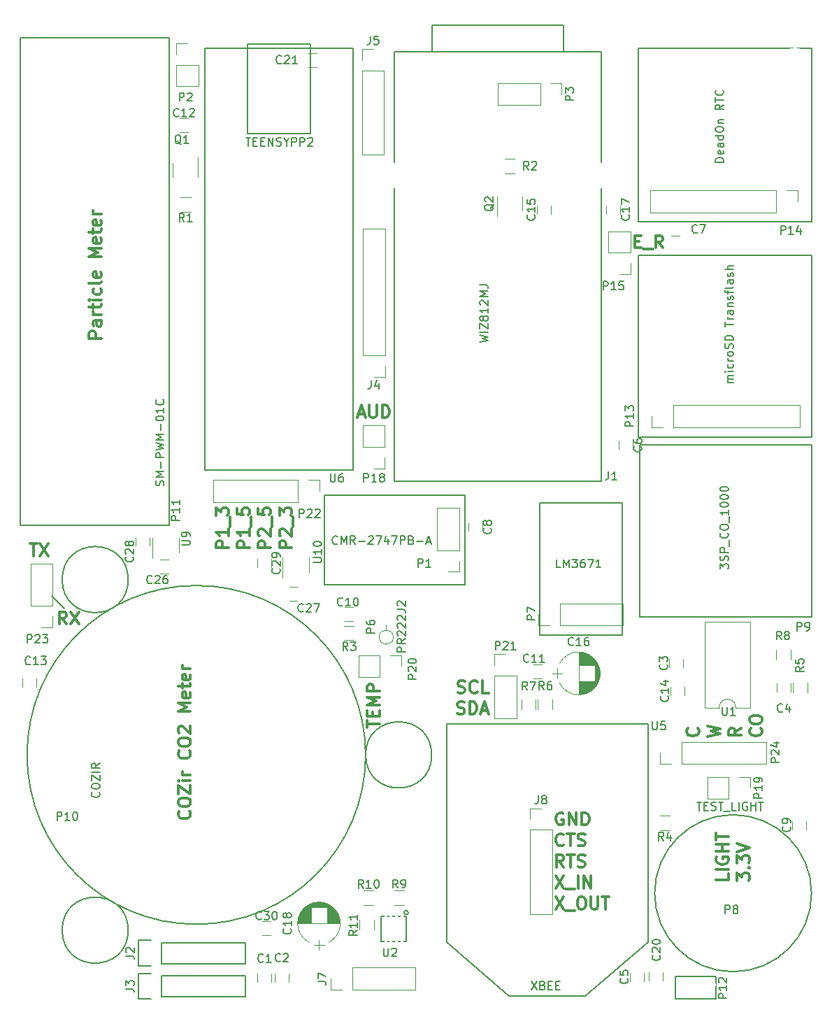
<source format=gto>
G04 #@! TF.FileFunction,Legend,Top*
%FSLAX46Y46*%
G04 Gerber Fmt 4.6, Leading zero omitted, Abs format (unit mm)*
G04 Created by KiCad (PCBNEW 4.0.6) date 10/30/17 03:38:26*
%MOMM*%
%LPD*%
G01*
G04 APERTURE LIST*
%ADD10C,0.100000*%
%ADD11C,0.300000*%
%ADD12C,0.200000*%
%ADD13C,0.120000*%
%ADD14C,0.150000*%
%ADD15R,1.700000X1.700000*%
%ADD16O,1.700000X1.700000*%
%ADD17C,1.400000*%
%ADD18O,1.400000X1.400000*%
%ADD19R,0.650000X1.060000*%
%ADD20R,1.600000X1.600000*%
%ADD21O,1.600000X1.600000*%
%ADD22R,1.727200X2.032000*%
%ADD23O,1.727200X2.032000*%
%ADD24R,0.700000X1.300000*%
%ADD25C,3.000000*%
%ADD26C,1.700000*%
%ADD27C,4.000000*%
%ADD28C,1.050000*%
%ADD29C,1.300000*%
%ADD30C,1.020000*%
%ADD31R,0.350000X0.850000*%
%ADD32R,2.400000X1.650000*%
%ADD33R,0.650000X2.000000*%
%ADD34R,1.250000X1.000000*%
%ADD35R,1.000000X1.250000*%
%ADD36R,1.300000X0.700000*%
%ADD37C,3.200000*%
%ADD38C,1.600000*%
G04 APERTURE END LIST*
D10*
D11*
X20645714Y23204286D02*
X20717143Y23132857D01*
X20788571Y22918571D01*
X20788571Y22775714D01*
X20717143Y22561429D01*
X20574286Y22418571D01*
X20431429Y22347143D01*
X20145714Y22275714D01*
X19931429Y22275714D01*
X19645714Y22347143D01*
X19502857Y22418571D01*
X19360000Y22561429D01*
X19288571Y22775714D01*
X19288571Y22918571D01*
X19360000Y23132857D01*
X19431429Y23204286D01*
X19288571Y24132857D02*
X19288571Y24418571D01*
X19360000Y24561429D01*
X19502857Y24704286D01*
X19788571Y24775714D01*
X20288571Y24775714D01*
X20574286Y24704286D01*
X20717143Y24561429D01*
X20788571Y24418571D01*
X20788571Y24132857D01*
X20717143Y23990000D01*
X20574286Y23847143D01*
X20288571Y23775714D01*
X19788571Y23775714D01*
X19502857Y23847143D01*
X19360000Y23990000D01*
X19288571Y24132857D01*
X19288571Y25275715D02*
X19288571Y26275715D01*
X20788571Y25275715D01*
X20788571Y26275715D01*
X20788571Y26847143D02*
X19788571Y26847143D01*
X19288571Y26847143D02*
X19360000Y26775714D01*
X19431429Y26847143D01*
X19360000Y26918571D01*
X19288571Y26847143D01*
X19431429Y26847143D01*
X20788571Y27561429D02*
X19788571Y27561429D01*
X20074286Y27561429D02*
X19931429Y27632857D01*
X19860000Y27704286D01*
X19788571Y27847143D01*
X19788571Y27990000D01*
X20645714Y30490000D02*
X20717143Y30418571D01*
X20788571Y30204285D01*
X20788571Y30061428D01*
X20717143Y29847143D01*
X20574286Y29704285D01*
X20431429Y29632857D01*
X20145714Y29561428D01*
X19931429Y29561428D01*
X19645714Y29632857D01*
X19502857Y29704285D01*
X19360000Y29847143D01*
X19288571Y30061428D01*
X19288571Y30204285D01*
X19360000Y30418571D01*
X19431429Y30490000D01*
X19288571Y31418571D02*
X19288571Y31704285D01*
X19360000Y31847143D01*
X19502857Y31990000D01*
X19788571Y32061428D01*
X20288571Y32061428D01*
X20574286Y31990000D01*
X20717143Y31847143D01*
X20788571Y31704285D01*
X20788571Y31418571D01*
X20717143Y31275714D01*
X20574286Y31132857D01*
X20288571Y31061428D01*
X19788571Y31061428D01*
X19502857Y31132857D01*
X19360000Y31275714D01*
X19288571Y31418571D01*
X19431429Y32632857D02*
X19360000Y32704286D01*
X19288571Y32847143D01*
X19288571Y33204286D01*
X19360000Y33347143D01*
X19431429Y33418572D01*
X19574286Y33490000D01*
X19717143Y33490000D01*
X19931429Y33418572D01*
X20788571Y32561429D01*
X20788571Y33490000D01*
X20788571Y35275714D02*
X19288571Y35275714D01*
X20360000Y35775714D01*
X19288571Y36275714D01*
X20788571Y36275714D01*
X20717143Y37561428D02*
X20788571Y37418571D01*
X20788571Y37132857D01*
X20717143Y36990000D01*
X20574286Y36918571D01*
X20002857Y36918571D01*
X19860000Y36990000D01*
X19788571Y37132857D01*
X19788571Y37418571D01*
X19860000Y37561428D01*
X20002857Y37632857D01*
X20145714Y37632857D01*
X20288571Y36918571D01*
X19788571Y38061428D02*
X19788571Y38632857D01*
X19288571Y38275714D02*
X20574286Y38275714D01*
X20717143Y38347142D01*
X20788571Y38490000D01*
X20788571Y38632857D01*
X20717143Y39704285D02*
X20788571Y39561428D01*
X20788571Y39275714D01*
X20717143Y39132857D01*
X20574286Y39061428D01*
X20002857Y39061428D01*
X19860000Y39132857D01*
X19788571Y39275714D01*
X19788571Y39561428D01*
X19860000Y39704285D01*
X20002857Y39775714D01*
X20145714Y39775714D01*
X20288571Y39061428D01*
X20788571Y40418571D02*
X19788571Y40418571D01*
X20074286Y40418571D02*
X19931429Y40489999D01*
X19860000Y40561428D01*
X19788571Y40704285D01*
X19788571Y40847142D01*
X10008571Y80437143D02*
X8508571Y80437143D01*
X8508571Y81008571D01*
X8580000Y81151429D01*
X8651429Y81222857D01*
X8794286Y81294286D01*
X9008571Y81294286D01*
X9151429Y81222857D01*
X9222857Y81151429D01*
X9294286Y81008571D01*
X9294286Y80437143D01*
X10008571Y82580000D02*
X9222857Y82580000D01*
X9080000Y82508571D01*
X9008571Y82365714D01*
X9008571Y82080000D01*
X9080000Y81937143D01*
X9937143Y82580000D02*
X10008571Y82437143D01*
X10008571Y82080000D01*
X9937143Y81937143D01*
X9794286Y81865714D01*
X9651429Y81865714D01*
X9508571Y81937143D01*
X9437143Y82080000D01*
X9437143Y82437143D01*
X9365714Y82580000D01*
X10008571Y83294286D02*
X9008571Y83294286D01*
X9294286Y83294286D02*
X9151429Y83365714D01*
X9080000Y83437143D01*
X9008571Y83580000D01*
X9008571Y83722857D01*
X9008571Y84008571D02*
X9008571Y84580000D01*
X8508571Y84222857D02*
X9794286Y84222857D01*
X9937143Y84294285D01*
X10008571Y84437143D01*
X10008571Y84580000D01*
X10008571Y85080000D02*
X9008571Y85080000D01*
X8508571Y85080000D02*
X8580000Y85008571D01*
X8651429Y85080000D01*
X8580000Y85151428D01*
X8508571Y85080000D01*
X8651429Y85080000D01*
X9937143Y86437143D02*
X10008571Y86294286D01*
X10008571Y86008572D01*
X9937143Y85865714D01*
X9865714Y85794286D01*
X9722857Y85722857D01*
X9294286Y85722857D01*
X9151429Y85794286D01*
X9080000Y85865714D01*
X9008571Y86008572D01*
X9008571Y86294286D01*
X9080000Y86437143D01*
X10008571Y87294286D02*
X9937143Y87151428D01*
X9794286Y87080000D01*
X8508571Y87080000D01*
X9937143Y88437142D02*
X10008571Y88294285D01*
X10008571Y88008571D01*
X9937143Y87865714D01*
X9794286Y87794285D01*
X9222857Y87794285D01*
X9080000Y87865714D01*
X9008571Y88008571D01*
X9008571Y88294285D01*
X9080000Y88437142D01*
X9222857Y88508571D01*
X9365714Y88508571D01*
X9508571Y87794285D01*
X10008571Y90294285D02*
X8508571Y90294285D01*
X9580000Y90794285D01*
X8508571Y91294285D01*
X10008571Y91294285D01*
X9937143Y92579999D02*
X10008571Y92437142D01*
X10008571Y92151428D01*
X9937143Y92008571D01*
X9794286Y91937142D01*
X9222857Y91937142D01*
X9080000Y92008571D01*
X9008571Y92151428D01*
X9008571Y92437142D01*
X9080000Y92579999D01*
X9222857Y92651428D01*
X9365714Y92651428D01*
X9508571Y91937142D01*
X9008571Y93079999D02*
X9008571Y93651428D01*
X8508571Y93294285D02*
X9794286Y93294285D01*
X9937143Y93365713D01*
X10008571Y93508571D01*
X10008571Y93651428D01*
X9937143Y94722856D02*
X10008571Y94579999D01*
X10008571Y94294285D01*
X9937143Y94151428D01*
X9794286Y94079999D01*
X9222857Y94079999D01*
X9080000Y94151428D01*
X9008571Y94294285D01*
X9008571Y94579999D01*
X9080000Y94722856D01*
X9222857Y94794285D01*
X9365714Y94794285D01*
X9508571Y94079999D01*
X10008571Y95437142D02*
X9008571Y95437142D01*
X9294286Y95437142D02*
X9151429Y95508570D01*
X9080000Y95579999D01*
X9008571Y95722856D01*
X9008571Y95865713D01*
X65922857Y22950000D02*
X65780000Y23021429D01*
X65565714Y23021429D01*
X65351429Y22950000D01*
X65208571Y22807143D01*
X65137143Y22664286D01*
X65065714Y22378571D01*
X65065714Y22164286D01*
X65137143Y21878571D01*
X65208571Y21735714D01*
X65351429Y21592857D01*
X65565714Y21521429D01*
X65708571Y21521429D01*
X65922857Y21592857D01*
X65994286Y21664286D01*
X65994286Y22164286D01*
X65708571Y22164286D01*
X66637143Y21521429D02*
X66637143Y23021429D01*
X67494286Y21521429D01*
X67494286Y23021429D01*
X68208572Y21521429D02*
X68208572Y23021429D01*
X68565715Y23021429D01*
X68780000Y22950000D01*
X68922858Y22807143D01*
X68994286Y22664286D01*
X69065715Y22378571D01*
X69065715Y22164286D01*
X68994286Y21878571D01*
X68922858Y21735714D01*
X68780000Y21592857D01*
X68565715Y21521429D01*
X68208572Y21521429D01*
X65994286Y19114286D02*
X65922857Y19042857D01*
X65708571Y18971429D01*
X65565714Y18971429D01*
X65351429Y19042857D01*
X65208571Y19185714D01*
X65137143Y19328571D01*
X65065714Y19614286D01*
X65065714Y19828571D01*
X65137143Y20114286D01*
X65208571Y20257143D01*
X65351429Y20400000D01*
X65565714Y20471429D01*
X65708571Y20471429D01*
X65922857Y20400000D01*
X65994286Y20328571D01*
X66422857Y20471429D02*
X67280000Y20471429D01*
X66851429Y18971429D02*
X66851429Y20471429D01*
X67708571Y19042857D02*
X67922857Y18971429D01*
X68280000Y18971429D01*
X68422857Y19042857D01*
X68494286Y19114286D01*
X68565714Y19257143D01*
X68565714Y19400000D01*
X68494286Y19542857D01*
X68422857Y19614286D01*
X68280000Y19685714D01*
X67994286Y19757143D01*
X67851428Y19828571D01*
X67780000Y19900000D01*
X67708571Y20042857D01*
X67708571Y20185714D01*
X67780000Y20328571D01*
X67851428Y20400000D01*
X67994286Y20471429D01*
X68351428Y20471429D01*
X68565714Y20400000D01*
X65994286Y16421429D02*
X65494286Y17135714D01*
X65137143Y16421429D02*
X65137143Y17921429D01*
X65708571Y17921429D01*
X65851429Y17850000D01*
X65922857Y17778571D01*
X65994286Y17635714D01*
X65994286Y17421429D01*
X65922857Y17278571D01*
X65851429Y17207143D01*
X65708571Y17135714D01*
X65137143Y17135714D01*
X66422857Y17921429D02*
X67280000Y17921429D01*
X66851429Y16421429D02*
X66851429Y17921429D01*
X67708571Y16492857D02*
X67922857Y16421429D01*
X68280000Y16421429D01*
X68422857Y16492857D01*
X68494286Y16564286D01*
X68565714Y16707143D01*
X68565714Y16850000D01*
X68494286Y16992857D01*
X68422857Y17064286D01*
X68280000Y17135714D01*
X67994286Y17207143D01*
X67851428Y17278571D01*
X67780000Y17350000D01*
X67708571Y17492857D01*
X67708571Y17635714D01*
X67780000Y17778571D01*
X67851428Y17850000D01*
X67994286Y17921429D01*
X68351428Y17921429D01*
X68565714Y17850000D01*
X64994286Y15371429D02*
X65994286Y13871429D01*
X65994286Y15371429D02*
X64994286Y13871429D01*
X66208571Y13728571D02*
X67351428Y13728571D01*
X67708571Y13871429D02*
X67708571Y15371429D01*
X68422857Y13871429D02*
X68422857Y15371429D01*
X69280000Y13871429D01*
X69280000Y15371429D01*
X64994286Y12821429D02*
X65994286Y11321429D01*
X65994286Y12821429D02*
X64994286Y11321429D01*
X66208571Y11178571D02*
X67351428Y11178571D01*
X67994285Y12821429D02*
X68279999Y12821429D01*
X68422857Y12750000D01*
X68565714Y12607143D01*
X68637142Y12321429D01*
X68637142Y11821429D01*
X68565714Y11535714D01*
X68422857Y11392857D01*
X68279999Y11321429D01*
X67994285Y11321429D01*
X67851428Y11392857D01*
X67708571Y11535714D01*
X67637142Y11821429D01*
X67637142Y12321429D01*
X67708571Y12607143D01*
X67851428Y12750000D01*
X67994285Y12821429D01*
X69280000Y12821429D02*
X69280000Y11607143D01*
X69351428Y11464286D01*
X69422857Y11392857D01*
X69565714Y11321429D01*
X69851428Y11321429D01*
X69994286Y11392857D01*
X70065714Y11464286D01*
X70137143Y11607143D01*
X70137143Y12821429D01*
X70637143Y12821429D02*
X71494286Y12821429D01*
X71065715Y11321429D02*
X71065715Y12821429D01*
X85953571Y15619429D02*
X85953571Y14905143D01*
X84453571Y14905143D01*
X85953571Y16119429D02*
X84453571Y16119429D01*
X84525000Y17619429D02*
X84453571Y17476572D01*
X84453571Y17262286D01*
X84525000Y17048001D01*
X84667857Y16905143D01*
X84810714Y16833715D01*
X85096429Y16762286D01*
X85310714Y16762286D01*
X85596429Y16833715D01*
X85739286Y16905143D01*
X85882143Y17048001D01*
X85953571Y17262286D01*
X85953571Y17405143D01*
X85882143Y17619429D01*
X85810714Y17690858D01*
X85310714Y17690858D01*
X85310714Y17405143D01*
X85953571Y18333715D02*
X84453571Y18333715D01*
X85167857Y18333715D02*
X85167857Y19190858D01*
X85953571Y19190858D02*
X84453571Y19190858D01*
X84453571Y19690858D02*
X84453571Y20548001D01*
X85953571Y20119430D02*
X84453571Y20119430D01*
X87003571Y14762286D02*
X87003571Y15690857D01*
X87575000Y15190857D01*
X87575000Y15405143D01*
X87646429Y15548000D01*
X87717857Y15619429D01*
X87860714Y15690857D01*
X88217857Y15690857D01*
X88360714Y15619429D01*
X88432143Y15548000D01*
X88503571Y15405143D01*
X88503571Y14976571D01*
X88432143Y14833714D01*
X88360714Y14762286D01*
X88360714Y16333714D02*
X88432143Y16405142D01*
X88503571Y16333714D01*
X88432143Y16262285D01*
X88360714Y16333714D01*
X88503571Y16333714D01*
X87003571Y16905143D02*
X87003571Y17833714D01*
X87575000Y17333714D01*
X87575000Y17548000D01*
X87646429Y17690857D01*
X87717857Y17762286D01*
X87860714Y17833714D01*
X88217857Y17833714D01*
X88360714Y17762286D01*
X88432143Y17690857D01*
X88503571Y17548000D01*
X88503571Y17119428D01*
X88432143Y16976571D01*
X88360714Y16905143D01*
X87003571Y18262285D02*
X88503571Y18762285D01*
X87003571Y19262285D01*
X53154286Y37567857D02*
X53368572Y37496429D01*
X53725715Y37496429D01*
X53868572Y37567857D01*
X53940001Y37639286D01*
X54011429Y37782143D01*
X54011429Y37925000D01*
X53940001Y38067857D01*
X53868572Y38139286D01*
X53725715Y38210714D01*
X53440001Y38282143D01*
X53297143Y38353571D01*
X53225715Y38425000D01*
X53154286Y38567857D01*
X53154286Y38710714D01*
X53225715Y38853571D01*
X53297143Y38925000D01*
X53440001Y38996429D01*
X53797143Y38996429D01*
X54011429Y38925000D01*
X55511429Y37639286D02*
X55440000Y37567857D01*
X55225714Y37496429D01*
X55082857Y37496429D01*
X54868572Y37567857D01*
X54725714Y37710714D01*
X54654286Y37853571D01*
X54582857Y38139286D01*
X54582857Y38353571D01*
X54654286Y38639286D01*
X54725714Y38782143D01*
X54868572Y38925000D01*
X55082857Y38996429D01*
X55225714Y38996429D01*
X55440000Y38925000D01*
X55511429Y38853571D01*
X56868572Y37496429D02*
X56154286Y37496429D01*
X56154286Y38996429D01*
X53118572Y35017857D02*
X53332858Y34946429D01*
X53690001Y34946429D01*
X53832858Y35017857D01*
X53904287Y35089286D01*
X53975715Y35232143D01*
X53975715Y35375000D01*
X53904287Y35517857D01*
X53832858Y35589286D01*
X53690001Y35660714D01*
X53404287Y35732143D01*
X53261429Y35803571D01*
X53190001Y35875000D01*
X53118572Y36017857D01*
X53118572Y36160714D01*
X53190001Y36303571D01*
X53261429Y36375000D01*
X53404287Y36446429D01*
X53761429Y36446429D01*
X53975715Y36375000D01*
X54618572Y34946429D02*
X54618572Y36446429D01*
X54975715Y36446429D01*
X55190000Y36375000D01*
X55332858Y36232143D01*
X55404286Y36089286D01*
X55475715Y35803571D01*
X55475715Y35589286D01*
X55404286Y35303571D01*
X55332858Y35160714D01*
X55190000Y35017857D01*
X54975715Y34946429D01*
X54618572Y34946429D01*
X56047143Y35375000D02*
X56761429Y35375000D01*
X55904286Y34946429D02*
X56404286Y36446429D01*
X56904286Y34946429D01*
X25403571Y55057144D02*
X23903571Y55057144D01*
X23903571Y55628572D01*
X23975000Y55771430D01*
X24046429Y55842858D01*
X24189286Y55914287D01*
X24403571Y55914287D01*
X24546429Y55842858D01*
X24617857Y55771430D01*
X24689286Y55628572D01*
X24689286Y55057144D01*
X25403571Y57342858D02*
X25403571Y56485715D01*
X25403571Y56914287D02*
X23903571Y56914287D01*
X24117857Y56771430D01*
X24260714Y56628572D01*
X24332143Y56485715D01*
X25546429Y57628572D02*
X25546429Y58771429D01*
X23903571Y58985715D02*
X23903571Y59914286D01*
X24475000Y59414286D01*
X24475000Y59628572D01*
X24546429Y59771429D01*
X24617857Y59842858D01*
X24760714Y59914286D01*
X25117857Y59914286D01*
X25260714Y59842858D01*
X25332143Y59771429D01*
X25403571Y59628572D01*
X25403571Y59200000D01*
X25332143Y59057143D01*
X25260714Y58985715D01*
X27953571Y55057144D02*
X26453571Y55057144D01*
X26453571Y55628572D01*
X26525000Y55771430D01*
X26596429Y55842858D01*
X26739286Y55914287D01*
X26953571Y55914287D01*
X27096429Y55842858D01*
X27167857Y55771430D01*
X27239286Y55628572D01*
X27239286Y55057144D01*
X27953571Y57342858D02*
X27953571Y56485715D01*
X27953571Y56914287D02*
X26453571Y56914287D01*
X26667857Y56771430D01*
X26810714Y56628572D01*
X26882143Y56485715D01*
X28096429Y57628572D02*
X28096429Y58771429D01*
X26453571Y59842858D02*
X26453571Y59128572D01*
X27167857Y59057143D01*
X27096429Y59128572D01*
X27025000Y59271429D01*
X27025000Y59628572D01*
X27096429Y59771429D01*
X27167857Y59842858D01*
X27310714Y59914286D01*
X27667857Y59914286D01*
X27810714Y59842858D01*
X27882143Y59771429D01*
X27953571Y59628572D01*
X27953571Y59271429D01*
X27882143Y59128572D01*
X27810714Y59057143D01*
X30503571Y55057144D02*
X29003571Y55057144D01*
X29003571Y55628572D01*
X29075000Y55771430D01*
X29146429Y55842858D01*
X29289286Y55914287D01*
X29503571Y55914287D01*
X29646429Y55842858D01*
X29717857Y55771430D01*
X29789286Y55628572D01*
X29789286Y55057144D01*
X29146429Y56485715D02*
X29075000Y56557144D01*
X29003571Y56700001D01*
X29003571Y57057144D01*
X29075000Y57200001D01*
X29146429Y57271430D01*
X29289286Y57342858D01*
X29432143Y57342858D01*
X29646429Y57271430D01*
X30503571Y56414287D01*
X30503571Y57342858D01*
X30646429Y57628572D02*
X30646429Y58771429D01*
X29003571Y59842858D02*
X29003571Y59128572D01*
X29717857Y59057143D01*
X29646429Y59128572D01*
X29575000Y59271429D01*
X29575000Y59628572D01*
X29646429Y59771429D01*
X29717857Y59842858D01*
X29860714Y59914286D01*
X30217857Y59914286D01*
X30360714Y59842858D01*
X30432143Y59771429D01*
X30503571Y59628572D01*
X30503571Y59271429D01*
X30432143Y59128572D01*
X30360714Y59057143D01*
X33053571Y55057144D02*
X31553571Y55057144D01*
X31553571Y55628572D01*
X31625000Y55771430D01*
X31696429Y55842858D01*
X31839286Y55914287D01*
X32053571Y55914287D01*
X32196429Y55842858D01*
X32267857Y55771430D01*
X32339286Y55628572D01*
X32339286Y55057144D01*
X31696429Y56485715D02*
X31625000Y56557144D01*
X31553571Y56700001D01*
X31553571Y57057144D01*
X31625000Y57200001D01*
X31696429Y57271430D01*
X31839286Y57342858D01*
X31982143Y57342858D01*
X32196429Y57271430D01*
X33053571Y56414287D01*
X33053571Y57342858D01*
X33196429Y57628572D02*
X33196429Y58771429D01*
X31553571Y58985715D02*
X31553571Y59914286D01*
X32125000Y59414286D01*
X32125000Y59628572D01*
X32196429Y59771429D01*
X32267857Y59842858D01*
X32410714Y59914286D01*
X32767857Y59914286D01*
X32910714Y59842858D01*
X32982143Y59771429D01*
X33053571Y59628572D01*
X33053571Y59200000D01*
X32982143Y59057143D01*
X32910714Y58985715D01*
X42178571Y33285714D02*
X42178571Y34142857D01*
X43678571Y33714286D02*
X42178571Y33714286D01*
X42892857Y34642857D02*
X42892857Y35142857D01*
X43678571Y35357143D02*
X43678571Y34642857D01*
X42178571Y34642857D01*
X42178571Y35357143D01*
X43678571Y36000000D02*
X42178571Y36000000D01*
X43250000Y36500000D01*
X42178571Y37000000D01*
X43678571Y37000000D01*
X43678571Y37714286D02*
X42178571Y37714286D01*
X42178571Y38285714D01*
X42250000Y38428572D01*
X42321429Y38500000D01*
X42464286Y38571429D01*
X42678571Y38571429D01*
X42821429Y38500000D01*
X42892857Y38428572D01*
X42964286Y38285714D01*
X42964286Y37714286D01*
D12*
X5500000Y47750000D02*
X4000000Y49250000D01*
D11*
X5750001Y45821429D02*
X5250001Y46535714D01*
X4892858Y45821429D02*
X4892858Y47321429D01*
X5464286Y47321429D01*
X5607144Y47250000D01*
X5678572Y47178571D01*
X5750001Y47035714D01*
X5750001Y46821429D01*
X5678572Y46678571D01*
X5607144Y46607143D01*
X5464286Y46535714D01*
X4892858Y46535714D01*
X6250001Y47321429D02*
X7250001Y45821429D01*
X7250001Y47321429D02*
X6250001Y45821429D01*
X1357143Y55571429D02*
X2214286Y55571429D01*
X1785715Y54071429D02*
X1785715Y55571429D01*
X2571429Y55571429D02*
X3571429Y54071429D01*
X3571429Y55571429D02*
X2571429Y54071429D01*
X41107143Y71250000D02*
X41821429Y71250000D01*
X40964286Y70821429D02*
X41464286Y72321429D01*
X41964286Y70821429D01*
X42464286Y72321429D02*
X42464286Y71107143D01*
X42535714Y70964286D01*
X42607143Y70892857D01*
X42750000Y70821429D01*
X43035714Y70821429D01*
X43178572Y70892857D01*
X43250000Y70964286D01*
X43321429Y71107143D01*
X43321429Y72321429D01*
X44035715Y70821429D02*
X44035715Y72321429D01*
X44392858Y72321429D01*
X44607143Y72250000D01*
X44750001Y72107143D01*
X44821429Y71964286D01*
X44892858Y71678571D01*
X44892858Y71464286D01*
X44821429Y71178571D01*
X44750001Y71035714D01*
X44607143Y70892857D01*
X44392858Y70821429D01*
X44035715Y70821429D01*
X74627143Y92147143D02*
X75127143Y92147143D01*
X75341429Y91361429D02*
X74627143Y91361429D01*
X74627143Y92861429D01*
X75341429Y92861429D01*
X75627143Y91218571D02*
X76770000Y91218571D01*
X77984286Y91361429D02*
X77484286Y92075714D01*
X77127143Y91361429D02*
X77127143Y92861429D01*
X77698571Y92861429D01*
X77841429Y92790000D01*
X77912857Y92718571D01*
X77984286Y92575714D01*
X77984286Y92361429D01*
X77912857Y92218571D01*
X77841429Y92147143D01*
X77698571Y92075714D01*
X77127143Y92075714D01*
X82210714Y33214286D02*
X82282143Y33142857D01*
X82353571Y32928571D01*
X82353571Y32785714D01*
X82282143Y32571429D01*
X82139286Y32428571D01*
X81996429Y32357143D01*
X81710714Y32285714D01*
X81496429Y32285714D01*
X81210714Y32357143D01*
X81067857Y32428571D01*
X80925000Y32571429D01*
X80853571Y32785714D01*
X80853571Y32928571D01*
X80925000Y33142857D01*
X80996429Y33214286D01*
X83403571Y32214286D02*
X84903571Y32571429D01*
X83832143Y32857143D01*
X84903571Y33142857D01*
X83403571Y33500000D01*
X87453571Y33214286D02*
X86739286Y32714286D01*
X87453571Y32357143D02*
X85953571Y32357143D01*
X85953571Y32928571D01*
X86025000Y33071429D01*
X86096429Y33142857D01*
X86239286Y33214286D01*
X86453571Y33214286D01*
X86596429Y33142857D01*
X86667857Y33071429D01*
X86739286Y32928571D01*
X86739286Y32357143D01*
X89860714Y33214286D02*
X89932143Y33142857D01*
X90003571Y32928571D01*
X90003571Y32785714D01*
X89932143Y32571429D01*
X89789286Y32428571D01*
X89646429Y32357143D01*
X89360714Y32285714D01*
X89146429Y32285714D01*
X88860714Y32357143D01*
X88717857Y32428571D01*
X88575000Y32571429D01*
X88503571Y32785714D01*
X88503571Y32928571D01*
X88575000Y33142857D01*
X88646429Y33214286D01*
X88503571Y34142857D02*
X88503571Y34428571D01*
X88575000Y34571429D01*
X88717857Y34714286D01*
X89003571Y34785714D01*
X89503571Y34785714D01*
X89789286Y34714286D01*
X89932143Y34571429D01*
X90003571Y34428571D01*
X90003571Y34142857D01*
X89932143Y34000000D01*
X89789286Y33857143D01*
X89503571Y33785714D01*
X89003571Y33785714D01*
X88717857Y33857143D01*
X88575000Y34000000D01*
X88503571Y34142857D01*
D13*
X80270000Y28920000D02*
X90490000Y28920000D01*
X90490000Y28920000D02*
X90490000Y31580000D01*
X90490000Y31580000D02*
X80270000Y31580000D01*
X80270000Y31580000D02*
X80270000Y28920000D01*
X79000000Y28920000D02*
X77670000Y28920000D01*
X77670000Y28920000D02*
X77670000Y30250000D01*
X85980000Y27330000D02*
X83380000Y27330000D01*
X83380000Y27330000D02*
X83380000Y24670000D01*
X83380000Y24670000D02*
X85980000Y24670000D01*
X85980000Y24670000D02*
X85980000Y27330000D01*
X87250000Y27330000D02*
X88580000Y27330000D01*
X88580000Y27330000D02*
X88580000Y26000000D01*
X45360000Y44250000D02*
G75*
G03X45360000Y44250000I-860000J0D01*
G01*
X44500000Y45110000D02*
X44500000Y45790000D01*
X19410000Y54500000D02*
X19410000Y56300000D01*
X16190000Y56300000D02*
X16190000Y53850000D01*
X35110000Y52100000D02*
X35110000Y53900000D01*
X31890000Y53900000D02*
X31890000Y51450000D01*
X84815000Y35735000D02*
G75*
G02X86815000Y35735000I1000000J0D01*
G01*
X86815000Y35735000D02*
X88585000Y35735000D01*
X88585000Y35735000D02*
X88585000Y46135000D01*
X88585000Y46135000D02*
X83045000Y46135000D01*
X83045000Y46135000D02*
X83045000Y35735000D01*
X83045000Y35735000D02*
X84815000Y35735000D01*
D14*
X16000000Y4450000D02*
X14450000Y4450000D01*
X14450000Y4450000D02*
X14450000Y7550000D01*
X14450000Y7550000D02*
X16000000Y7550000D01*
X17270000Y7270000D02*
X27430000Y7270000D01*
X27430000Y7270000D02*
X27430000Y4730000D01*
X27430000Y4730000D02*
X17270000Y4730000D01*
X17270000Y7270000D02*
X17270000Y4730000D01*
X16000000Y450000D02*
X14450000Y450000D01*
X14450000Y450000D02*
X14450000Y3550000D01*
X14450000Y3550000D02*
X16000000Y3550000D01*
X17270000Y3270000D02*
X27430000Y3270000D01*
X27430000Y3270000D02*
X27430000Y730000D01*
X27430000Y730000D02*
X17270000Y730000D01*
X17270000Y3270000D02*
X17270000Y730000D01*
D13*
X74080000Y90770000D02*
X74080000Y93370000D01*
X74080000Y93370000D02*
X71420000Y93370000D01*
X71420000Y93370000D02*
X71420000Y90770000D01*
X71420000Y90770000D02*
X74080000Y90770000D01*
X74080000Y89500000D02*
X74080000Y88170000D01*
X74080000Y88170000D02*
X72750000Y88170000D01*
X44330000Y67270000D02*
X44330000Y69870000D01*
X44330000Y69870000D02*
X41670000Y69870000D01*
X41670000Y69870000D02*
X41670000Y67270000D01*
X41670000Y67270000D02*
X44330000Y67270000D01*
X44330000Y66000000D02*
X44330000Y64670000D01*
X44330000Y64670000D02*
X43000000Y64670000D01*
X43730000Y42080000D02*
X41130000Y42080000D01*
X41130000Y42080000D02*
X41130000Y39420000D01*
X41130000Y39420000D02*
X43730000Y39420000D01*
X43730000Y39420000D02*
X43730000Y42080000D01*
X45000000Y42080000D02*
X46330000Y42080000D01*
X46330000Y42080000D02*
X46330000Y40750000D01*
X57600000Y39590000D02*
X57600000Y34450000D01*
X57600000Y34450000D02*
X60260000Y34450000D01*
X60260000Y34450000D02*
X60260000Y39590000D01*
X60260000Y39590000D02*
X57600000Y39590000D01*
X57600000Y40860000D02*
X57600000Y42190000D01*
X57600000Y42190000D02*
X58930000Y42190000D01*
X33780000Y63280000D02*
X23560000Y63280000D01*
X23560000Y63280000D02*
X23560000Y60620000D01*
X23560000Y60620000D02*
X33780000Y60620000D01*
X33780000Y60620000D02*
X33780000Y63280000D01*
X35050000Y63280000D02*
X36380000Y63280000D01*
X36380000Y63280000D02*
X36380000Y61950000D01*
X4080000Y48020000D02*
X4080000Y53160000D01*
X4080000Y53160000D02*
X1420000Y53160000D01*
X1420000Y53160000D02*
X1420000Y48020000D01*
X1420000Y48020000D02*
X4080000Y48020000D01*
X4080000Y46750000D02*
X4080000Y45420000D01*
X4080000Y45420000D02*
X2750000Y45420000D01*
X19070000Y113530000D02*
X19070000Y110930000D01*
X19070000Y110930000D02*
X21730000Y110930000D01*
X21730000Y110930000D02*
X21730000Y113530000D01*
X21730000Y113530000D02*
X19070000Y113530000D01*
X19070000Y114800000D02*
X19070000Y116130000D01*
X19070000Y116130000D02*
X20400000Y116130000D01*
X20800000Y95720000D02*
X19600000Y95720000D01*
X19600000Y97480000D02*
X20800000Y97480000D01*
D14*
X50050000Y118340000D02*
X50050000Y115140000D01*
X65950000Y118340000D02*
X65950000Y115140000D01*
X50050000Y118340000D02*
X65950000Y118340000D01*
X45500000Y63140000D02*
X45500000Y115140000D01*
X70500000Y115140000D02*
X70500000Y63140000D01*
X45500000Y115140000D02*
X70500000Y115140000D01*
X45500000Y63140000D02*
X70500000Y63140000D01*
X54000000Y50600000D02*
X37000000Y50600000D01*
X37000000Y50600000D02*
X37000000Y61400000D01*
X37000000Y61400000D02*
X54000000Y61400000D01*
X54000000Y50600000D02*
X54000000Y61400000D01*
D13*
X53330000Y54770000D02*
X53330000Y59910000D01*
X53330000Y59910000D02*
X50670000Y59910000D01*
X50670000Y59910000D02*
X50670000Y54770000D01*
X50670000Y54770000D02*
X53330000Y54770000D01*
X53330000Y53500000D02*
X53330000Y52170000D01*
X53330000Y52170000D02*
X52000000Y52170000D01*
D14*
X96000000Y13250000D02*
G75*
G03X96000000Y13250000I-9500000J0D01*
G01*
X96039000Y67539000D02*
X75211000Y67539000D01*
X96039000Y46711000D02*
X75211000Y46711000D01*
X96039000Y46711000D02*
X96039000Y67539000D01*
X75211000Y46711000D02*
X75211000Y67539000D01*
X13250000Y51220000D02*
G75*
G03X13250000Y51220000I-4000000J0D01*
G01*
X13250000Y8780000D02*
G75*
G03X13250000Y8780000I-4000000J0D01*
G01*
X50000000Y30000000D02*
G75*
G03X50000000Y30000000I-4000000J0D01*
G01*
X42000244Y30000000D02*
G75*
G03X42000244Y30000000I-20500244J0D01*
G01*
X84420000Y460000D02*
X84420000Y3162000D01*
X79520000Y460000D02*
X79520000Y3162000D01*
X79520000Y460000D02*
X84420000Y460000D01*
X79520000Y3162000D02*
X84420000Y3162000D01*
X75000000Y90500000D02*
X96000000Y90500000D01*
X96000000Y68500000D02*
X96000000Y90500000D01*
X75000000Y68500000D02*
X75000000Y90500000D01*
X75000000Y68500000D02*
X96000000Y68500000D01*
D13*
X79270000Y69670000D02*
X94570000Y69670000D01*
X94570000Y69670000D02*
X94570000Y72330000D01*
X94570000Y72330000D02*
X79270000Y72330000D01*
X79270000Y72330000D02*
X79270000Y69670000D01*
X78000000Y69670000D02*
X76670000Y69670000D01*
X76670000Y69670000D02*
X76670000Y71000000D01*
D14*
X96000000Y115500000D02*
X75000000Y115500000D01*
X75000000Y94500000D02*
X75000000Y115500000D01*
X96000000Y94500000D02*
X96000000Y115500000D01*
X96000000Y94500000D02*
X75000000Y94500000D01*
D13*
X91730000Y98330000D02*
X76430000Y98330000D01*
X76430000Y98330000D02*
X76430000Y95670000D01*
X76430000Y95670000D02*
X91730000Y95670000D01*
X91730000Y95670000D02*
X91730000Y98330000D01*
X93000000Y98330000D02*
X94330000Y98330000D01*
X94330000Y98330000D02*
X94330000Y97000000D01*
D14*
X76190000Y7350000D02*
X68600000Y820000D01*
X51810000Y7350000D02*
X59400000Y820000D01*
X76190000Y33760000D02*
X76190000Y7350000D01*
X51810000Y33760000D02*
X51810000Y7350000D01*
X68600000Y820000D02*
X59400000Y820000D01*
X76190000Y33760000D02*
X51810000Y33760000D01*
X200000Y116800000D02*
X200000Y57800000D01*
X200000Y57800000D02*
X18200000Y57800000D01*
X18200000Y57800000D02*
X18200000Y116800000D01*
X18200000Y116800000D02*
X200000Y116800000D01*
X63060000Y44500000D02*
X73060000Y44500000D01*
X73060000Y44500000D02*
X73060000Y60500000D01*
X73060000Y60500000D02*
X63060000Y60500000D01*
X63060000Y60500000D02*
X63060000Y44500000D01*
D13*
X65520000Y45670000D02*
X73200000Y45670000D01*
X73200000Y45670000D02*
X73200000Y48330000D01*
X73200000Y48330000D02*
X65520000Y48330000D01*
X65520000Y48330000D02*
X65520000Y45670000D01*
X64250000Y45670000D02*
X62920000Y45670000D01*
X62920000Y45670000D02*
X62920000Y47000000D01*
D14*
X27690000Y116035000D02*
X35310000Y116035000D01*
X27690000Y116035000D02*
X27690000Y110320000D01*
X27690000Y110320000D02*
X27690000Y106510000D01*
X27690000Y106510000D02*
X27690000Y105240000D01*
X27690000Y105240000D02*
X35310000Y105240000D01*
X35310000Y105240000D02*
X35310000Y116035000D01*
X40500000Y115500000D02*
X22500000Y115500000D01*
X40500000Y64500000D02*
X40500000Y115500000D01*
X22500000Y64500000D02*
X40500000Y64500000D01*
X22500000Y115500000D02*
X22500000Y64500000D01*
X22500000Y115500000D02*
X22500000Y64500000D01*
X22500000Y64500000D02*
X40500000Y64500000D01*
X40500000Y64500000D02*
X40500000Y115500000D01*
X40500000Y115500000D02*
X22500000Y115500000D01*
X40500000Y115500000D02*
X22500000Y115500000D01*
X40500000Y64500000D02*
X40500000Y115500000D01*
X22500000Y64500000D02*
X40500000Y64500000D01*
X22500000Y115500000D02*
X22500000Y64500000D01*
X22500000Y115500000D02*
X22500000Y64500000D01*
X22500000Y64500000D02*
X40500000Y64500000D01*
X40500000Y64500000D02*
X40500000Y115500000D01*
X40500000Y115500000D02*
X22500000Y115500000D01*
D13*
X48040000Y1590000D02*
X48040000Y4250000D01*
X40360000Y1590000D02*
X48040000Y1590000D01*
X40360000Y4250000D02*
X48040000Y4250000D01*
X40360000Y1590000D02*
X40360000Y4250000D01*
X39090000Y1590000D02*
X37760000Y1590000D01*
X37760000Y1590000D02*
X37760000Y2920000D01*
X58830000Y102170000D02*
X60030000Y102170000D01*
X60030000Y100410000D02*
X58830000Y100410000D01*
X61910000Y10710000D02*
X64570000Y10710000D01*
X61910000Y20930000D02*
X61910000Y10710000D01*
X64570000Y20930000D02*
X64570000Y10710000D01*
X61910000Y20930000D02*
X64570000Y20930000D01*
X61910000Y22200000D02*
X61910000Y23530000D01*
X61910000Y23530000D02*
X63240000Y23530000D01*
D14*
X46910000Y7420000D02*
X43910000Y7420000D01*
X43910000Y7420000D02*
X43910000Y10420000D01*
X43910000Y10420000D02*
X46910000Y10420000D01*
X46910000Y10420000D02*
X46910000Y7420000D01*
X47160000Y10920000D02*
G75*
G03X47160000Y10920000I-250000J0D01*
G01*
D13*
X41580000Y102630000D02*
X44240000Y102630000D01*
X41580000Y112850000D02*
X41580000Y102630000D01*
X44240000Y112850000D02*
X44240000Y102630000D01*
X41580000Y112850000D02*
X44240000Y112850000D01*
X41580000Y114120000D02*
X41580000Y115450000D01*
X41580000Y115450000D02*
X42910000Y115450000D01*
X18640000Y101680000D02*
X18640000Y99920000D01*
X21710000Y99920000D02*
X21710000Y102350000D01*
X60990000Y95860000D02*
X60990000Y97620000D01*
X57920000Y97620000D02*
X57920000Y95190000D01*
X28870000Y3490000D02*
X28870000Y2490000D01*
X30570000Y2490000D02*
X30570000Y3490000D01*
X31030000Y3490000D02*
X31030000Y2490000D01*
X32730000Y2490000D02*
X32730000Y3490000D01*
X78775000Y41625000D02*
X78775000Y40625000D01*
X80475000Y40625000D02*
X80475000Y41625000D01*
X91775000Y38625000D02*
X91775000Y37625000D01*
X93475000Y37625000D02*
X93475000Y38625000D01*
X73990000Y3630000D02*
X73990000Y2630000D01*
X75690000Y2630000D02*
X75690000Y3630000D01*
X74350000Y67000000D02*
X74350000Y68000000D01*
X72650000Y68000000D02*
X72650000Y67000000D01*
X79000000Y92850000D02*
X80000000Y92850000D01*
X80000000Y94550000D02*
X79000000Y94550000D01*
X56140000Y57080000D02*
X56140000Y58080000D01*
X54440000Y58080000D02*
X54440000Y57080000D01*
X93650000Y22000000D02*
X93650000Y21000000D01*
X95350000Y21000000D02*
X95350000Y22000000D01*
X39500000Y46150000D02*
X40500000Y46150000D01*
X40500000Y47850000D02*
X39500000Y47850000D01*
X62300000Y39280000D02*
X63300000Y39280000D01*
X63300000Y40980000D02*
X62300000Y40980000D01*
X20500000Y107050000D02*
X19500000Y107050000D01*
X19500000Y105350000D02*
X20500000Y105350000D01*
X400000Y39250000D02*
X400000Y38250000D01*
X2100000Y38250000D02*
X2100000Y39250000D01*
X78900000Y38250000D02*
X78900000Y37250000D01*
X80600000Y37250000D02*
X80600000Y38250000D01*
X62720000Y96500000D02*
X62720000Y95500000D01*
X64420000Y95500000D02*
X64420000Y96500000D01*
X72850000Y95500000D02*
X72850000Y96500000D01*
X71150000Y96500000D02*
X71150000Y95500000D01*
X76290000Y3650000D02*
X76290000Y2650000D01*
X77990000Y2650000D02*
X77990000Y3650000D01*
X35100000Y113260000D02*
X36100000Y113260000D01*
X36100000Y114960000D02*
X35100000Y114960000D01*
X18100000Y53650000D02*
X17100000Y53650000D01*
X17100000Y51950000D02*
X18100000Y51950000D01*
X33750000Y50350000D02*
X32750000Y50350000D01*
X32750000Y48650000D02*
X33750000Y48650000D01*
X15850000Y55300000D02*
X15850000Y56300000D01*
X14150000Y56300000D02*
X14150000Y55300000D01*
X30550000Y52700000D02*
X30550000Y53700000D01*
X28850000Y53700000D02*
X28850000Y52700000D01*
X30500000Y9850000D02*
X29500000Y9850000D01*
X29500000Y8150000D02*
X30500000Y8150000D01*
X39400000Y45630000D02*
X40600000Y45630000D01*
X40600000Y43870000D02*
X39400000Y43870000D01*
X77650000Y22630000D02*
X78850000Y22630000D01*
X78850000Y20870000D02*
X77650000Y20870000D01*
X95505000Y38725000D02*
X95505000Y37525000D01*
X93745000Y37525000D02*
X93745000Y38725000D01*
X64630000Y36740000D02*
X64630000Y35540000D01*
X62870000Y35540000D02*
X62870000Y36740000D01*
X62610000Y36740000D02*
X62610000Y35540000D01*
X60850000Y35540000D02*
X60850000Y36740000D01*
X93505000Y42725000D02*
X93505000Y41525000D01*
X91745000Y41525000D02*
X91745000Y42725000D01*
X46660000Y11820000D02*
X45460000Y11820000D01*
X45460000Y13580000D02*
X46660000Y13580000D01*
X42960000Y11810000D02*
X41760000Y11810000D01*
X41760000Y13570000D02*
X42960000Y13570000D01*
X41260000Y8820000D02*
X41260000Y10020000D01*
X43020000Y10020000D02*
X43020000Y8820000D01*
X70095722Y41049723D02*
G75*
G03X65484420Y41050000I-2305722J-1179723D01*
G01*
X70095722Y38690277D02*
G75*
G02X65484420Y38690000I-2305722J1179723D01*
G01*
X70095722Y38690277D02*
G75*
G03X70095580Y41050000I-2305722J1179723D01*
G01*
X67790000Y42420000D02*
X67790000Y37320000D01*
X67830000Y42420000D02*
X67830000Y40850000D01*
X67830000Y38890000D02*
X67830000Y37320000D01*
X67870000Y42419000D02*
X67870000Y40850000D01*
X67870000Y38890000D02*
X67870000Y37321000D01*
X67910000Y42418000D02*
X67910000Y40850000D01*
X67910000Y38890000D02*
X67910000Y37322000D01*
X67950000Y42416000D02*
X67950000Y40850000D01*
X67950000Y38890000D02*
X67950000Y37324000D01*
X67990000Y42413000D02*
X67990000Y40850000D01*
X67990000Y38890000D02*
X67990000Y37327000D01*
X68030000Y42409000D02*
X68030000Y40850000D01*
X68030000Y38890000D02*
X68030000Y37331000D01*
X68070000Y42405000D02*
X68070000Y40850000D01*
X68070000Y38890000D02*
X68070000Y37335000D01*
X68110000Y42401000D02*
X68110000Y40850000D01*
X68110000Y38890000D02*
X68110000Y37339000D01*
X68150000Y42395000D02*
X68150000Y40850000D01*
X68150000Y38890000D02*
X68150000Y37345000D01*
X68190000Y42389000D02*
X68190000Y40850000D01*
X68190000Y38890000D02*
X68190000Y37351000D01*
X68230000Y42383000D02*
X68230000Y40850000D01*
X68230000Y38890000D02*
X68230000Y37357000D01*
X68270000Y42376000D02*
X68270000Y40850000D01*
X68270000Y38890000D02*
X68270000Y37364000D01*
X68310000Y42368000D02*
X68310000Y40850000D01*
X68310000Y38890000D02*
X68310000Y37372000D01*
X68350000Y42359000D02*
X68350000Y40850000D01*
X68350000Y38890000D02*
X68350000Y37381000D01*
X68390000Y42350000D02*
X68390000Y40850000D01*
X68390000Y38890000D02*
X68390000Y37390000D01*
X68430000Y42340000D02*
X68430000Y40850000D01*
X68430000Y38890000D02*
X68430000Y37400000D01*
X68470000Y42330000D02*
X68470000Y40850000D01*
X68470000Y38890000D02*
X68470000Y37410000D01*
X68511000Y42318000D02*
X68511000Y40850000D01*
X68511000Y38890000D02*
X68511000Y37422000D01*
X68551000Y42306000D02*
X68551000Y40850000D01*
X68551000Y38890000D02*
X68551000Y37434000D01*
X68591000Y42294000D02*
X68591000Y40850000D01*
X68591000Y38890000D02*
X68591000Y37446000D01*
X68631000Y42280000D02*
X68631000Y40850000D01*
X68631000Y38890000D02*
X68631000Y37460000D01*
X68671000Y42266000D02*
X68671000Y40850000D01*
X68671000Y38890000D02*
X68671000Y37474000D01*
X68711000Y42252000D02*
X68711000Y40850000D01*
X68711000Y38890000D02*
X68711000Y37488000D01*
X68751000Y42236000D02*
X68751000Y40850000D01*
X68751000Y38890000D02*
X68751000Y37504000D01*
X68791000Y42220000D02*
X68791000Y40850000D01*
X68791000Y38890000D02*
X68791000Y37520000D01*
X68831000Y42203000D02*
X68831000Y40850000D01*
X68831000Y38890000D02*
X68831000Y37537000D01*
X68871000Y42185000D02*
X68871000Y40850000D01*
X68871000Y38890000D02*
X68871000Y37555000D01*
X68911000Y42166000D02*
X68911000Y40850000D01*
X68911000Y38890000D02*
X68911000Y37574000D01*
X68951000Y42146000D02*
X68951000Y40850000D01*
X68951000Y38890000D02*
X68951000Y37594000D01*
X68991000Y42126000D02*
X68991000Y40850000D01*
X68991000Y38890000D02*
X68991000Y37614000D01*
X69031000Y42104000D02*
X69031000Y40850000D01*
X69031000Y38890000D02*
X69031000Y37636000D01*
X69071000Y42082000D02*
X69071000Y40850000D01*
X69071000Y38890000D02*
X69071000Y37658000D01*
X69111000Y42059000D02*
X69111000Y40850000D01*
X69111000Y38890000D02*
X69111000Y37681000D01*
X69151000Y42035000D02*
X69151000Y40850000D01*
X69151000Y38890000D02*
X69151000Y37705000D01*
X69191000Y42010000D02*
X69191000Y40850000D01*
X69191000Y38890000D02*
X69191000Y37730000D01*
X69231000Y41983000D02*
X69231000Y40850000D01*
X69231000Y38890000D02*
X69231000Y37757000D01*
X69271000Y41956000D02*
X69271000Y40850000D01*
X69271000Y38890000D02*
X69271000Y37784000D01*
X69311000Y41928000D02*
X69311000Y40850000D01*
X69311000Y38890000D02*
X69311000Y37812000D01*
X69351000Y41898000D02*
X69351000Y40850000D01*
X69351000Y38890000D02*
X69351000Y37842000D01*
X69391000Y41867000D02*
X69391000Y40850000D01*
X69391000Y38890000D02*
X69391000Y37873000D01*
X69431000Y41835000D02*
X69431000Y40850000D01*
X69431000Y38890000D02*
X69431000Y37905000D01*
X69471000Y41802000D02*
X69471000Y40850000D01*
X69471000Y38890000D02*
X69471000Y37938000D01*
X69511000Y41767000D02*
X69511000Y40850000D01*
X69511000Y38890000D02*
X69511000Y37973000D01*
X69551000Y41731000D02*
X69551000Y40850000D01*
X69551000Y38890000D02*
X69551000Y38009000D01*
X69591000Y41693000D02*
X69591000Y40850000D01*
X69591000Y38890000D02*
X69591000Y38047000D01*
X69631000Y41653000D02*
X69631000Y40850000D01*
X69631000Y38890000D02*
X69631000Y38087000D01*
X69671000Y41612000D02*
X69671000Y40850000D01*
X69671000Y38890000D02*
X69671000Y38128000D01*
X69711000Y41569000D02*
X69711000Y40850000D01*
X69711000Y38890000D02*
X69711000Y38171000D01*
X69751000Y41524000D02*
X69751000Y40850000D01*
X69751000Y38890000D02*
X69751000Y38216000D01*
X69791000Y41476000D02*
X69791000Y38264000D01*
X69831000Y41426000D02*
X69831000Y38314000D01*
X69871000Y41374000D02*
X69871000Y38366000D01*
X69911000Y41318000D02*
X69911000Y38422000D01*
X69951000Y41260000D02*
X69951000Y38480000D01*
X69991000Y41197000D02*
X69991000Y38543000D01*
X70031000Y41131000D02*
X70031000Y38609000D01*
X70071000Y41059000D02*
X70071000Y38681000D01*
X70111000Y40982000D02*
X70111000Y38758000D01*
X70151000Y40898000D02*
X70151000Y38842000D01*
X70191000Y40804000D02*
X70191000Y38936000D01*
X70231000Y40699000D02*
X70231000Y39041000D01*
X70271000Y40577000D02*
X70271000Y39163000D01*
X70311000Y40429000D02*
X70311000Y39311000D01*
X70351000Y40224000D02*
X70351000Y39516000D01*
X64590000Y39870000D02*
X65790000Y39870000D01*
X65190000Y40520000D02*
X65190000Y39220000D01*
X35170277Y11905722D02*
G75*
G03X35170000Y7294420I1179723J-2305722D01*
G01*
X37529723Y11905722D02*
G75*
G02X37530000Y7294420I-1179723J-2305722D01*
G01*
X37529723Y11905722D02*
G75*
G03X35170000Y11905580I-1179723J-2305722D01*
G01*
X33800000Y9600000D02*
X38900000Y9600000D01*
X33800000Y9640000D02*
X35370000Y9640000D01*
X37330000Y9640000D02*
X38900000Y9640000D01*
X33801000Y9680000D02*
X35370000Y9680000D01*
X37330000Y9680000D02*
X38899000Y9680000D01*
X33802000Y9720000D02*
X35370000Y9720000D01*
X37330000Y9720000D02*
X38898000Y9720000D01*
X33804000Y9760000D02*
X35370000Y9760000D01*
X37330000Y9760000D02*
X38896000Y9760000D01*
X33807000Y9800000D02*
X35370000Y9800000D01*
X37330000Y9800000D02*
X38893000Y9800000D01*
X33811000Y9840000D02*
X35370000Y9840000D01*
X37330000Y9840000D02*
X38889000Y9840000D01*
X33815000Y9880000D02*
X35370000Y9880000D01*
X37330000Y9880000D02*
X38885000Y9880000D01*
X33819000Y9920000D02*
X35370000Y9920000D01*
X37330000Y9920000D02*
X38881000Y9920000D01*
X33825000Y9960000D02*
X35370000Y9960000D01*
X37330000Y9960000D02*
X38875000Y9960000D01*
X33831000Y10000000D02*
X35370000Y10000000D01*
X37330000Y10000000D02*
X38869000Y10000000D01*
X33837000Y10040000D02*
X35370000Y10040000D01*
X37330000Y10040000D02*
X38863000Y10040000D01*
X33844000Y10080000D02*
X35370000Y10080000D01*
X37330000Y10080000D02*
X38856000Y10080000D01*
X33852000Y10120000D02*
X35370000Y10120000D01*
X37330000Y10120000D02*
X38848000Y10120000D01*
X33861000Y10160000D02*
X35370000Y10160000D01*
X37330000Y10160000D02*
X38839000Y10160000D01*
X33870000Y10200000D02*
X35370000Y10200000D01*
X37330000Y10200000D02*
X38830000Y10200000D01*
X33880000Y10240000D02*
X35370000Y10240000D01*
X37330000Y10240000D02*
X38820000Y10240000D01*
X33890000Y10280000D02*
X35370000Y10280000D01*
X37330000Y10280000D02*
X38810000Y10280000D01*
X33902000Y10321000D02*
X35370000Y10321000D01*
X37330000Y10321000D02*
X38798000Y10321000D01*
X33914000Y10361000D02*
X35370000Y10361000D01*
X37330000Y10361000D02*
X38786000Y10361000D01*
X33926000Y10401000D02*
X35370000Y10401000D01*
X37330000Y10401000D02*
X38774000Y10401000D01*
X33940000Y10441000D02*
X35370000Y10441000D01*
X37330000Y10441000D02*
X38760000Y10441000D01*
X33954000Y10481000D02*
X35370000Y10481000D01*
X37330000Y10481000D02*
X38746000Y10481000D01*
X33968000Y10521000D02*
X35370000Y10521000D01*
X37330000Y10521000D02*
X38732000Y10521000D01*
X33984000Y10561000D02*
X35370000Y10561000D01*
X37330000Y10561000D02*
X38716000Y10561000D01*
X34000000Y10601000D02*
X35370000Y10601000D01*
X37330000Y10601000D02*
X38700000Y10601000D01*
X34017000Y10641000D02*
X35370000Y10641000D01*
X37330000Y10641000D02*
X38683000Y10641000D01*
X34035000Y10681000D02*
X35370000Y10681000D01*
X37330000Y10681000D02*
X38665000Y10681000D01*
X34054000Y10721000D02*
X35370000Y10721000D01*
X37330000Y10721000D02*
X38646000Y10721000D01*
X34074000Y10761000D02*
X35370000Y10761000D01*
X37330000Y10761000D02*
X38626000Y10761000D01*
X34094000Y10801000D02*
X35370000Y10801000D01*
X37330000Y10801000D02*
X38606000Y10801000D01*
X34116000Y10841000D02*
X35370000Y10841000D01*
X37330000Y10841000D02*
X38584000Y10841000D01*
X34138000Y10881000D02*
X35370000Y10881000D01*
X37330000Y10881000D02*
X38562000Y10881000D01*
X34161000Y10921000D02*
X35370000Y10921000D01*
X37330000Y10921000D02*
X38539000Y10921000D01*
X34185000Y10961000D02*
X35370000Y10961000D01*
X37330000Y10961000D02*
X38515000Y10961000D01*
X34210000Y11001000D02*
X35370000Y11001000D01*
X37330000Y11001000D02*
X38490000Y11001000D01*
X34237000Y11041000D02*
X35370000Y11041000D01*
X37330000Y11041000D02*
X38463000Y11041000D01*
X34264000Y11081000D02*
X35370000Y11081000D01*
X37330000Y11081000D02*
X38436000Y11081000D01*
X34292000Y11121000D02*
X35370000Y11121000D01*
X37330000Y11121000D02*
X38408000Y11121000D01*
X34322000Y11161000D02*
X35370000Y11161000D01*
X37330000Y11161000D02*
X38378000Y11161000D01*
X34353000Y11201000D02*
X35370000Y11201000D01*
X37330000Y11201000D02*
X38347000Y11201000D01*
X34385000Y11241000D02*
X35370000Y11241000D01*
X37330000Y11241000D02*
X38315000Y11241000D01*
X34418000Y11281000D02*
X35370000Y11281000D01*
X37330000Y11281000D02*
X38282000Y11281000D01*
X34453000Y11321000D02*
X35370000Y11321000D01*
X37330000Y11321000D02*
X38247000Y11321000D01*
X34489000Y11361000D02*
X35370000Y11361000D01*
X37330000Y11361000D02*
X38211000Y11361000D01*
X34527000Y11401000D02*
X35370000Y11401000D01*
X37330000Y11401000D02*
X38173000Y11401000D01*
X34567000Y11441000D02*
X35370000Y11441000D01*
X37330000Y11441000D02*
X38133000Y11441000D01*
X34608000Y11481000D02*
X35370000Y11481000D01*
X37330000Y11481000D02*
X38092000Y11481000D01*
X34651000Y11521000D02*
X35370000Y11521000D01*
X37330000Y11521000D02*
X38049000Y11521000D01*
X34696000Y11561000D02*
X35370000Y11561000D01*
X37330000Y11561000D02*
X38004000Y11561000D01*
X34744000Y11601000D02*
X37956000Y11601000D01*
X34794000Y11641000D02*
X37906000Y11641000D01*
X34846000Y11681000D02*
X37854000Y11681000D01*
X34902000Y11721000D02*
X37798000Y11721000D01*
X34960000Y11761000D02*
X37740000Y11761000D01*
X35023000Y11801000D02*
X37677000Y11801000D01*
X35089000Y11841000D02*
X37611000Y11841000D01*
X35161000Y11881000D02*
X37539000Y11881000D01*
X35238000Y11921000D02*
X37462000Y11921000D01*
X35322000Y11961000D02*
X37378000Y11961000D01*
X35416000Y12001000D02*
X37284000Y12001000D01*
X35521000Y12041000D02*
X37179000Y12041000D01*
X35643000Y12081000D02*
X37057000Y12081000D01*
X35791000Y12121000D02*
X36909000Y12121000D01*
X35996000Y12161000D02*
X36704000Y12161000D01*
X36350000Y6400000D02*
X36350000Y7600000D01*
X35700000Y7000000D02*
X37000000Y7000000D01*
X44340000Y93680000D02*
X41680000Y93680000D01*
X44340000Y78380000D02*
X44340000Y93680000D01*
X41680000Y78380000D02*
X41680000Y93680000D01*
X44340000Y78380000D02*
X41680000Y78380000D01*
X44340000Y77110000D02*
X44340000Y75780000D01*
X44340000Y75780000D02*
X43010000Y75780000D01*
X58000000Y111310000D02*
X58000000Y108650000D01*
X63140000Y111310000D02*
X58000000Y111310000D01*
X63140000Y108650000D02*
X58000000Y108650000D01*
X63140000Y111310000D02*
X63140000Y108650000D01*
X64410000Y111310000D02*
X65740000Y111310000D01*
X65740000Y111310000D02*
X65740000Y109980000D01*
D14*
X92082381Y29085714D02*
X91082381Y29085714D01*
X91082381Y29466667D01*
X91130000Y29561905D01*
X91177619Y29609524D01*
X91272857Y29657143D01*
X91415714Y29657143D01*
X91510952Y29609524D01*
X91558571Y29561905D01*
X91606190Y29466667D01*
X91606190Y29085714D01*
X91177619Y30038095D02*
X91130000Y30085714D01*
X91082381Y30180952D01*
X91082381Y30419048D01*
X91130000Y30514286D01*
X91177619Y30561905D01*
X91272857Y30609524D01*
X91368095Y30609524D01*
X91510952Y30561905D01*
X92082381Y29990476D01*
X92082381Y30609524D01*
X91415714Y31466667D02*
X92082381Y31466667D01*
X91034762Y31228571D02*
X91749048Y30990476D01*
X91749048Y31609524D01*
X90032381Y24785714D02*
X89032381Y24785714D01*
X89032381Y25166667D01*
X89080000Y25261905D01*
X89127619Y25309524D01*
X89222857Y25357143D01*
X89365714Y25357143D01*
X89460952Y25309524D01*
X89508571Y25261905D01*
X89556190Y25166667D01*
X89556190Y24785714D01*
X90032381Y26309524D02*
X90032381Y25738095D01*
X90032381Y26023809D02*
X89032381Y26023809D01*
X89175238Y25928571D01*
X89270476Y25833333D01*
X89318095Y25738095D01*
X90032381Y26785714D02*
X90032381Y26976190D01*
X89984762Y27071429D01*
X89937143Y27119048D01*
X89794286Y27214286D01*
X89603810Y27261905D01*
X89222857Y27261905D01*
X89127619Y27214286D01*
X89080000Y27166667D01*
X89032381Y27071429D01*
X89032381Y26880952D01*
X89080000Y26785714D01*
X89127619Y26738095D01*
X89222857Y26690476D01*
X89460952Y26690476D01*
X89556190Y26738095D01*
X89603810Y26785714D01*
X89651429Y26880952D01*
X89651429Y27071429D01*
X89603810Y27166667D01*
X89556190Y27214286D01*
X89460952Y27261905D01*
X82106190Y24287619D02*
X82677619Y24287619D01*
X82391904Y23287619D02*
X82391904Y24287619D01*
X83010952Y23811429D02*
X83344286Y23811429D01*
X83487143Y23287619D02*
X83010952Y23287619D01*
X83010952Y24287619D01*
X83487143Y24287619D01*
X83868095Y23335238D02*
X84010952Y23287619D01*
X84249048Y23287619D01*
X84344286Y23335238D01*
X84391905Y23382857D01*
X84439524Y23478095D01*
X84439524Y23573333D01*
X84391905Y23668571D01*
X84344286Y23716190D01*
X84249048Y23763810D01*
X84058571Y23811429D01*
X83963333Y23859048D01*
X83915714Y23906667D01*
X83868095Y24001905D01*
X83868095Y24097143D01*
X83915714Y24192381D01*
X83963333Y24240000D01*
X84058571Y24287619D01*
X84296667Y24287619D01*
X84439524Y24240000D01*
X84725238Y24287619D02*
X85296667Y24287619D01*
X85010952Y23287619D02*
X85010952Y24287619D01*
X85391905Y23192381D02*
X86153810Y23192381D01*
X86868096Y23287619D02*
X86391905Y23287619D01*
X86391905Y24287619D01*
X87201429Y23287619D02*
X87201429Y24287619D01*
X88201429Y24240000D02*
X88106191Y24287619D01*
X87963334Y24287619D01*
X87820476Y24240000D01*
X87725238Y24144762D01*
X87677619Y24049524D01*
X87630000Y23859048D01*
X87630000Y23716190D01*
X87677619Y23525714D01*
X87725238Y23430476D01*
X87820476Y23335238D01*
X87963334Y23287619D01*
X88058572Y23287619D01*
X88201429Y23335238D01*
X88249048Y23382857D01*
X88249048Y23716190D01*
X88058572Y23716190D01*
X88677619Y23287619D02*
X88677619Y24287619D01*
X88677619Y23811429D02*
X89249048Y23811429D01*
X89249048Y23287619D02*
X89249048Y24287619D01*
X89582381Y24287619D02*
X90153810Y24287619D01*
X89868095Y23287619D02*
X89868095Y24287619D01*
X43092381Y44781905D02*
X42092381Y44781905D01*
X42092381Y45162858D01*
X42140000Y45258096D01*
X42187619Y45305715D01*
X42282857Y45353334D01*
X42425714Y45353334D01*
X42520952Y45305715D01*
X42568571Y45258096D01*
X42616190Y45162858D01*
X42616190Y44781905D01*
X42092381Y46210477D02*
X42092381Y46020000D01*
X42140000Y45924762D01*
X42187619Y45877143D01*
X42330476Y45781905D01*
X42520952Y45734286D01*
X42901905Y45734286D01*
X42997143Y45781905D01*
X43044762Y45829524D01*
X43092381Y45924762D01*
X43092381Y46115239D01*
X43044762Y46210477D01*
X42997143Y46258096D01*
X42901905Y46305715D01*
X42663810Y46305715D01*
X42568571Y46258096D01*
X42520952Y46210477D01*
X42473333Y46115239D01*
X42473333Y45924762D01*
X42520952Y45829524D01*
X42568571Y45781905D01*
X42663810Y45734286D01*
X46812381Y42472381D02*
X45812381Y42472381D01*
X45812381Y42853334D01*
X45860000Y42948572D01*
X45907619Y42996191D01*
X46002857Y43043810D01*
X46145714Y43043810D01*
X46240952Y42996191D01*
X46288571Y42948572D01*
X46336190Y42853334D01*
X46336190Y42472381D01*
X46812381Y44043810D02*
X46336190Y43710476D01*
X46812381Y43472381D02*
X45812381Y43472381D01*
X45812381Y43853334D01*
X45860000Y43948572D01*
X45907619Y43996191D01*
X46002857Y44043810D01*
X46145714Y44043810D01*
X46240952Y43996191D01*
X46288571Y43948572D01*
X46336190Y43853334D01*
X46336190Y43472381D01*
X45907619Y44424762D02*
X45860000Y44472381D01*
X45812381Y44567619D01*
X45812381Y44805715D01*
X45860000Y44900953D01*
X45907619Y44948572D01*
X46002857Y44996191D01*
X46098095Y44996191D01*
X46240952Y44948572D01*
X46812381Y44377143D01*
X46812381Y44996191D01*
X45907619Y45377143D02*
X45860000Y45424762D01*
X45812381Y45520000D01*
X45812381Y45758096D01*
X45860000Y45853334D01*
X45907619Y45900953D01*
X46002857Y45948572D01*
X46098095Y45948572D01*
X46240952Y45900953D01*
X46812381Y45329524D01*
X46812381Y45948572D01*
X45907619Y46329524D02*
X45860000Y46377143D01*
X45812381Y46472381D01*
X45812381Y46710477D01*
X45860000Y46805715D01*
X45907619Y46853334D01*
X46002857Y46900953D01*
X46098095Y46900953D01*
X46240952Y46853334D01*
X46812381Y46281905D01*
X46812381Y46900953D01*
X45812381Y47615239D02*
X46526667Y47615239D01*
X46669524Y47567619D01*
X46764762Y47472381D01*
X46812381Y47329524D01*
X46812381Y47234286D01*
X45907619Y48043810D02*
X45860000Y48091429D01*
X45812381Y48186667D01*
X45812381Y48424763D01*
X45860000Y48520001D01*
X45907619Y48567620D01*
X46002857Y48615239D01*
X46098095Y48615239D01*
X46240952Y48567620D01*
X46812381Y47996191D01*
X46812381Y48615239D01*
X19712381Y55398095D02*
X20521905Y55398095D01*
X20617143Y55445714D01*
X20664762Y55493333D01*
X20712381Y55588571D01*
X20712381Y55779048D01*
X20664762Y55874286D01*
X20617143Y55921905D01*
X20521905Y55969524D01*
X19712381Y55969524D01*
X20712381Y56493333D02*
X20712381Y56683809D01*
X20664762Y56779048D01*
X20617143Y56826667D01*
X20474286Y56921905D01*
X20283810Y56969524D01*
X19902857Y56969524D01*
X19807619Y56921905D01*
X19760000Y56874286D01*
X19712381Y56779048D01*
X19712381Y56588571D01*
X19760000Y56493333D01*
X19807619Y56445714D01*
X19902857Y56398095D01*
X20140952Y56398095D01*
X20236190Y56445714D01*
X20283810Y56493333D01*
X20331429Y56588571D01*
X20331429Y56779048D01*
X20283810Y56874286D01*
X20236190Y56921905D01*
X20140952Y56969524D01*
X35652381Y53301905D02*
X36461905Y53301905D01*
X36557143Y53349524D01*
X36604762Y53397143D01*
X36652381Y53492381D01*
X36652381Y53682858D01*
X36604762Y53778096D01*
X36557143Y53825715D01*
X36461905Y53873334D01*
X35652381Y53873334D01*
X36652381Y54873334D02*
X36652381Y54301905D01*
X36652381Y54587619D02*
X35652381Y54587619D01*
X35795238Y54492381D01*
X35890476Y54397143D01*
X35938095Y54301905D01*
X35652381Y55492381D02*
X35652381Y55587620D01*
X35700000Y55682858D01*
X35747619Y55730477D01*
X35842857Y55778096D01*
X36033333Y55825715D01*
X36271429Y55825715D01*
X36461905Y55778096D01*
X36557143Y55730477D01*
X36604762Y55682858D01*
X36652381Y55587620D01*
X36652381Y55492381D01*
X36604762Y55397143D01*
X36557143Y55349524D01*
X36461905Y55301905D01*
X36271429Y55254286D01*
X36033333Y55254286D01*
X35842857Y55301905D01*
X35747619Y55349524D01*
X35700000Y55397143D01*
X35652381Y55492381D01*
X85198095Y35797619D02*
X85198095Y34988095D01*
X85245714Y34892857D01*
X85293333Y34845238D01*
X85388571Y34797619D01*
X85579048Y34797619D01*
X85674286Y34845238D01*
X85721905Y34892857D01*
X85769524Y34988095D01*
X85769524Y35797619D01*
X86769524Y34797619D02*
X86198095Y34797619D01*
X86483809Y34797619D02*
X86483809Y35797619D01*
X86388571Y35654762D01*
X86293333Y35559524D01*
X86198095Y35511905D01*
X12952381Y5666667D02*
X13666667Y5666667D01*
X13809524Y5619047D01*
X13904762Y5523809D01*
X13952381Y5380952D01*
X13952381Y5285714D01*
X13047619Y6095238D02*
X13000000Y6142857D01*
X12952381Y6238095D01*
X12952381Y6476191D01*
X13000000Y6571429D01*
X13047619Y6619048D01*
X13142857Y6666667D01*
X13238095Y6666667D01*
X13380952Y6619048D01*
X13952381Y6047619D01*
X13952381Y6666667D01*
X12952381Y1666667D02*
X13666667Y1666667D01*
X13809524Y1619047D01*
X13904762Y1523809D01*
X13952381Y1380952D01*
X13952381Y1285714D01*
X12952381Y2047619D02*
X12952381Y2666667D01*
X13333333Y2333333D01*
X13333333Y2476191D01*
X13380952Y2571429D01*
X13428571Y2619048D01*
X13523810Y2666667D01*
X13761905Y2666667D01*
X13857143Y2619048D01*
X13904762Y2571429D01*
X13952381Y2476191D01*
X13952381Y2190476D01*
X13904762Y2095238D01*
X13857143Y2047619D01*
X70785714Y86297619D02*
X70785714Y87297619D01*
X71166667Y87297619D01*
X71261905Y87250000D01*
X71309524Y87202381D01*
X71357143Y87107143D01*
X71357143Y86964286D01*
X71309524Y86869048D01*
X71261905Y86821429D01*
X71166667Y86773810D01*
X70785714Y86773810D01*
X72309524Y86297619D02*
X71738095Y86297619D01*
X72023809Y86297619D02*
X72023809Y87297619D01*
X71928571Y87154762D01*
X71833333Y87059524D01*
X71738095Y87011905D01*
X73214286Y87297619D02*
X72738095Y87297619D01*
X72690476Y86821429D01*
X72738095Y86869048D01*
X72833333Y86916667D01*
X73071429Y86916667D01*
X73166667Y86869048D01*
X73214286Y86821429D01*
X73261905Y86726190D01*
X73261905Y86488095D01*
X73214286Y86392857D01*
X73166667Y86345238D01*
X73071429Y86297619D01*
X72833333Y86297619D01*
X72738095Y86345238D01*
X72690476Y86392857D01*
X41785714Y63047619D02*
X41785714Y64047619D01*
X42166667Y64047619D01*
X42261905Y64000000D01*
X42309524Y63952381D01*
X42357143Y63857143D01*
X42357143Y63714286D01*
X42309524Y63619048D01*
X42261905Y63571429D01*
X42166667Y63523810D01*
X41785714Y63523810D01*
X43309524Y63047619D02*
X42738095Y63047619D01*
X43023809Y63047619D02*
X43023809Y64047619D01*
X42928571Y63904762D01*
X42833333Y63809524D01*
X42738095Y63761905D01*
X43880952Y63619048D02*
X43785714Y63666667D01*
X43738095Y63714286D01*
X43690476Y63809524D01*
X43690476Y63857143D01*
X43738095Y63952381D01*
X43785714Y64000000D01*
X43880952Y64047619D01*
X44071429Y64047619D01*
X44166667Y64000000D01*
X44214286Y63952381D01*
X44261905Y63857143D01*
X44261905Y63809524D01*
X44214286Y63714286D01*
X44166667Y63666667D01*
X44071429Y63619048D01*
X43880952Y63619048D01*
X43785714Y63571429D01*
X43738095Y63523810D01*
X43690476Y63428571D01*
X43690476Y63238095D01*
X43738095Y63142857D01*
X43785714Y63095238D01*
X43880952Y63047619D01*
X44071429Y63047619D01*
X44166667Y63095238D01*
X44214286Y63142857D01*
X44261905Y63238095D01*
X44261905Y63428571D01*
X44214286Y63523810D01*
X44166667Y63571429D01*
X44071429Y63619048D01*
X48142381Y39175714D02*
X47142381Y39175714D01*
X47142381Y39556667D01*
X47190000Y39651905D01*
X47237619Y39699524D01*
X47332857Y39747143D01*
X47475714Y39747143D01*
X47570952Y39699524D01*
X47618571Y39651905D01*
X47666190Y39556667D01*
X47666190Y39175714D01*
X47237619Y40128095D02*
X47190000Y40175714D01*
X47142381Y40270952D01*
X47142381Y40509048D01*
X47190000Y40604286D01*
X47237619Y40651905D01*
X47332857Y40699524D01*
X47428095Y40699524D01*
X47570952Y40651905D01*
X48142381Y40080476D01*
X48142381Y40699524D01*
X47142381Y41318571D02*
X47142381Y41413810D01*
X47190000Y41509048D01*
X47237619Y41556667D01*
X47332857Y41604286D01*
X47523333Y41651905D01*
X47761429Y41651905D01*
X47951905Y41604286D01*
X48047143Y41556667D01*
X48094762Y41509048D01*
X48142381Y41413810D01*
X48142381Y41318571D01*
X48094762Y41223333D01*
X48047143Y41175714D01*
X47951905Y41128095D01*
X47761429Y41080476D01*
X47523333Y41080476D01*
X47332857Y41128095D01*
X47237619Y41175714D01*
X47190000Y41223333D01*
X47142381Y41318571D01*
X57715714Y42737619D02*
X57715714Y43737619D01*
X58096667Y43737619D01*
X58191905Y43690000D01*
X58239524Y43642381D01*
X58287143Y43547143D01*
X58287143Y43404286D01*
X58239524Y43309048D01*
X58191905Y43261429D01*
X58096667Y43213810D01*
X57715714Y43213810D01*
X58668095Y43642381D02*
X58715714Y43690000D01*
X58810952Y43737619D01*
X59049048Y43737619D01*
X59144286Y43690000D01*
X59191905Y43642381D01*
X59239524Y43547143D01*
X59239524Y43451905D01*
X59191905Y43309048D01*
X58620476Y42737619D01*
X59239524Y42737619D01*
X60191905Y42737619D02*
X59620476Y42737619D01*
X59906190Y42737619D02*
X59906190Y43737619D01*
X59810952Y43594762D01*
X59715714Y43499524D01*
X59620476Y43451905D01*
X33985714Y58747619D02*
X33985714Y59747619D01*
X34366667Y59747619D01*
X34461905Y59700000D01*
X34509524Y59652381D01*
X34557143Y59557143D01*
X34557143Y59414286D01*
X34509524Y59319048D01*
X34461905Y59271429D01*
X34366667Y59223810D01*
X33985714Y59223810D01*
X34938095Y59652381D02*
X34985714Y59700000D01*
X35080952Y59747619D01*
X35319048Y59747619D01*
X35414286Y59700000D01*
X35461905Y59652381D01*
X35509524Y59557143D01*
X35509524Y59461905D01*
X35461905Y59319048D01*
X34890476Y58747619D01*
X35509524Y58747619D01*
X35890476Y59652381D02*
X35938095Y59700000D01*
X36033333Y59747619D01*
X36271429Y59747619D01*
X36366667Y59700000D01*
X36414286Y59652381D01*
X36461905Y59557143D01*
X36461905Y59461905D01*
X36414286Y59319048D01*
X35842857Y58747619D01*
X36461905Y58747619D01*
X1035714Y43547619D02*
X1035714Y44547619D01*
X1416667Y44547619D01*
X1511905Y44500000D01*
X1559524Y44452381D01*
X1607143Y44357143D01*
X1607143Y44214286D01*
X1559524Y44119048D01*
X1511905Y44071429D01*
X1416667Y44023810D01*
X1035714Y44023810D01*
X1988095Y44452381D02*
X2035714Y44500000D01*
X2130952Y44547619D01*
X2369048Y44547619D01*
X2464286Y44500000D01*
X2511905Y44452381D01*
X2559524Y44357143D01*
X2559524Y44261905D01*
X2511905Y44119048D01*
X1940476Y43547619D01*
X2559524Y43547619D01*
X2892857Y44547619D02*
X3511905Y44547619D01*
X3178571Y44166667D01*
X3321429Y44166667D01*
X3416667Y44119048D01*
X3464286Y44071429D01*
X3511905Y43976190D01*
X3511905Y43738095D01*
X3464286Y43642857D01*
X3416667Y43595238D01*
X3321429Y43547619D01*
X3035714Y43547619D01*
X2940476Y43595238D01*
X2892857Y43642857D01*
X19461905Y109147619D02*
X19461905Y110147619D01*
X19842858Y110147619D01*
X19938096Y110100000D01*
X19985715Y110052381D01*
X20033334Y109957143D01*
X20033334Y109814286D01*
X19985715Y109719048D01*
X19938096Y109671429D01*
X19842858Y109623810D01*
X19461905Y109623810D01*
X20414286Y110052381D02*
X20461905Y110100000D01*
X20557143Y110147619D01*
X20795239Y110147619D01*
X20890477Y110100000D01*
X20938096Y110052381D01*
X20985715Y109957143D01*
X20985715Y109861905D01*
X20938096Y109719048D01*
X20366667Y109147619D01*
X20985715Y109147619D01*
X20033334Y94547619D02*
X19700000Y95023810D01*
X19461905Y94547619D02*
X19461905Y95547619D01*
X19842858Y95547619D01*
X19938096Y95500000D01*
X19985715Y95452381D01*
X20033334Y95357143D01*
X20033334Y95214286D01*
X19985715Y95119048D01*
X19938096Y95071429D01*
X19842858Y95023810D01*
X19461905Y95023810D01*
X20985715Y94547619D02*
X20414286Y94547619D01*
X20700000Y94547619D02*
X20700000Y95547619D01*
X20604762Y95404762D01*
X20509524Y95309524D01*
X20414286Y95261905D01*
X71416667Y64297619D02*
X71416667Y63583333D01*
X71369047Y63440476D01*
X71273809Y63345238D01*
X71130952Y63297619D01*
X71035714Y63297619D01*
X72416667Y63297619D02*
X71845238Y63297619D01*
X72130952Y63297619D02*
X72130952Y64297619D01*
X72035714Y64154762D01*
X71940476Y64059524D01*
X71845238Y64011905D01*
X55832381Y79936191D02*
X56832381Y80174286D01*
X56118095Y80364763D01*
X56832381Y80555239D01*
X55832381Y80793334D01*
X56832381Y81174286D02*
X55832381Y81174286D01*
X55832381Y81555238D02*
X55832381Y82221905D01*
X56832381Y81555238D01*
X56832381Y82221905D01*
X56260952Y82745714D02*
X56213333Y82650476D01*
X56165714Y82602857D01*
X56070476Y82555238D01*
X56022857Y82555238D01*
X55927619Y82602857D01*
X55880000Y82650476D01*
X55832381Y82745714D01*
X55832381Y82936191D01*
X55880000Y83031429D01*
X55927619Y83079048D01*
X56022857Y83126667D01*
X56070476Y83126667D01*
X56165714Y83079048D01*
X56213333Y83031429D01*
X56260952Y82936191D01*
X56260952Y82745714D01*
X56308571Y82650476D01*
X56356190Y82602857D01*
X56451429Y82555238D01*
X56641905Y82555238D01*
X56737143Y82602857D01*
X56784762Y82650476D01*
X56832381Y82745714D01*
X56832381Y82936191D01*
X56784762Y83031429D01*
X56737143Y83079048D01*
X56641905Y83126667D01*
X56451429Y83126667D01*
X56356190Y83079048D01*
X56308571Y83031429D01*
X56260952Y82936191D01*
X56832381Y84079048D02*
X56832381Y83507619D01*
X56832381Y83793333D02*
X55832381Y83793333D01*
X55975238Y83698095D01*
X56070476Y83602857D01*
X56118095Y83507619D01*
X55927619Y84460000D02*
X55880000Y84507619D01*
X55832381Y84602857D01*
X55832381Y84840953D01*
X55880000Y84936191D01*
X55927619Y84983810D01*
X56022857Y85031429D01*
X56118095Y85031429D01*
X56260952Y84983810D01*
X56832381Y84412381D01*
X56832381Y85031429D01*
X56832381Y85460000D02*
X55832381Y85460000D01*
X56546667Y85793334D01*
X55832381Y86126667D01*
X56832381Y86126667D01*
X55832381Y86888572D02*
X56546667Y86888572D01*
X56689524Y86840952D01*
X56784762Y86745714D01*
X56832381Y86602857D01*
X56832381Y86507619D01*
X48361905Y52727619D02*
X48361905Y53727619D01*
X48742858Y53727619D01*
X48838096Y53680000D01*
X48885715Y53632381D01*
X48933334Y53537143D01*
X48933334Y53394286D01*
X48885715Y53299048D01*
X48838096Y53251429D01*
X48742858Y53203810D01*
X48361905Y53203810D01*
X49885715Y52727619D02*
X49314286Y52727619D01*
X49600000Y52727619D02*
X49600000Y53727619D01*
X49504762Y53584762D01*
X49409524Y53489524D01*
X49314286Y53441905D01*
X38586667Y55592857D02*
X38539048Y55545238D01*
X38396191Y55497619D01*
X38300953Y55497619D01*
X38158095Y55545238D01*
X38062857Y55640476D01*
X38015238Y55735714D01*
X37967619Y55926190D01*
X37967619Y56069048D01*
X38015238Y56259524D01*
X38062857Y56354762D01*
X38158095Y56450000D01*
X38300953Y56497619D01*
X38396191Y56497619D01*
X38539048Y56450000D01*
X38586667Y56402381D01*
X39015238Y55497619D02*
X39015238Y56497619D01*
X39348572Y55783333D01*
X39681905Y56497619D01*
X39681905Y55497619D01*
X40729524Y55497619D02*
X40396190Y55973810D01*
X40158095Y55497619D02*
X40158095Y56497619D01*
X40539048Y56497619D01*
X40634286Y56450000D01*
X40681905Y56402381D01*
X40729524Y56307143D01*
X40729524Y56164286D01*
X40681905Y56069048D01*
X40634286Y56021429D01*
X40539048Y55973810D01*
X40158095Y55973810D01*
X41158095Y55878571D02*
X41920000Y55878571D01*
X42348571Y56402381D02*
X42396190Y56450000D01*
X42491428Y56497619D01*
X42729524Y56497619D01*
X42824762Y56450000D01*
X42872381Y56402381D01*
X42920000Y56307143D01*
X42920000Y56211905D01*
X42872381Y56069048D01*
X42300952Y55497619D01*
X42920000Y55497619D01*
X43253333Y56497619D02*
X43920000Y56497619D01*
X43491428Y55497619D01*
X44729524Y56164286D02*
X44729524Y55497619D01*
X44491428Y56545238D02*
X44253333Y55830952D01*
X44872381Y55830952D01*
X45158095Y56497619D02*
X45824762Y56497619D01*
X45396190Y55497619D01*
X46205714Y55497619D02*
X46205714Y56497619D01*
X46586667Y56497619D01*
X46681905Y56450000D01*
X46729524Y56402381D01*
X46777143Y56307143D01*
X46777143Y56164286D01*
X46729524Y56069048D01*
X46681905Y56021429D01*
X46586667Y55973810D01*
X46205714Y55973810D01*
X47539048Y56021429D02*
X47681905Y55973810D01*
X47729524Y55926190D01*
X47777143Y55830952D01*
X47777143Y55688095D01*
X47729524Y55592857D01*
X47681905Y55545238D01*
X47586667Y55497619D01*
X47205714Y55497619D01*
X47205714Y56497619D01*
X47539048Y56497619D01*
X47634286Y56450000D01*
X47681905Y56402381D01*
X47729524Y56307143D01*
X47729524Y56211905D01*
X47681905Y56116667D01*
X47634286Y56069048D01*
X47539048Y56021429D01*
X47205714Y56021429D01*
X48205714Y55878571D02*
X48967619Y55878571D01*
X49396190Y55783333D02*
X49872381Y55783333D01*
X49300952Y55497619D02*
X49634285Y56497619D01*
X49967619Y55497619D01*
X85557905Y10793619D02*
X85557905Y11793619D01*
X85938858Y11793619D01*
X86034096Y11746000D01*
X86081715Y11698381D01*
X86129334Y11603143D01*
X86129334Y11460286D01*
X86081715Y11365048D01*
X86034096Y11317429D01*
X85938858Y11269810D01*
X85557905Y11269810D01*
X86700762Y11365048D02*
X86605524Y11412667D01*
X86557905Y11460286D01*
X86510286Y11555524D01*
X86510286Y11603143D01*
X86557905Y11698381D01*
X86605524Y11746000D01*
X86700762Y11793619D01*
X86891239Y11793619D01*
X86986477Y11746000D01*
X87034096Y11698381D01*
X87081715Y11603143D01*
X87081715Y11555524D01*
X87034096Y11460286D01*
X86986477Y11412667D01*
X86891239Y11365048D01*
X86700762Y11365048D01*
X86605524Y11317429D01*
X86557905Y11269810D01*
X86510286Y11174571D01*
X86510286Y10984095D01*
X86557905Y10888857D01*
X86605524Y10841238D01*
X86700762Y10793619D01*
X86891239Y10793619D01*
X86986477Y10841238D01*
X87034096Y10888857D01*
X87081715Y10984095D01*
X87081715Y11174571D01*
X87034096Y11269810D01*
X86986477Y11317429D01*
X86891239Y11365048D01*
X94261905Y45047619D02*
X94261905Y46047619D01*
X94642858Y46047619D01*
X94738096Y46000000D01*
X94785715Y45952381D01*
X94833334Y45857143D01*
X94833334Y45714286D01*
X94785715Y45619048D01*
X94738096Y45571429D01*
X94642858Y45523810D01*
X94261905Y45523810D01*
X95309524Y45047619D02*
X95500000Y45047619D01*
X95595239Y45095238D01*
X95642858Y45142857D01*
X95738096Y45285714D01*
X95785715Y45476190D01*
X95785715Y45857143D01*
X95738096Y45952381D01*
X95690477Y46000000D01*
X95595239Y46047619D01*
X95404762Y46047619D01*
X95309524Y46000000D01*
X95261905Y45952381D01*
X95214286Y45857143D01*
X95214286Y45619048D01*
X95261905Y45523810D01*
X95309524Y45476190D01*
X95404762Y45428571D01*
X95595239Y45428571D01*
X95690477Y45476190D01*
X95738096Y45523810D01*
X95785715Y45619048D01*
X84922381Y52520000D02*
X84922381Y53139048D01*
X85303333Y52805714D01*
X85303333Y52948572D01*
X85350952Y53043810D01*
X85398571Y53091429D01*
X85493810Y53139048D01*
X85731905Y53139048D01*
X85827143Y53091429D01*
X85874762Y53043810D01*
X85922381Y52948572D01*
X85922381Y52662857D01*
X85874762Y52567619D01*
X85827143Y52520000D01*
X85874762Y53520000D02*
X85922381Y53662857D01*
X85922381Y53900953D01*
X85874762Y53996191D01*
X85827143Y54043810D01*
X85731905Y54091429D01*
X85636667Y54091429D01*
X85541429Y54043810D01*
X85493810Y53996191D01*
X85446190Y53900953D01*
X85398571Y53710476D01*
X85350952Y53615238D01*
X85303333Y53567619D01*
X85208095Y53520000D01*
X85112857Y53520000D01*
X85017619Y53567619D01*
X84970000Y53615238D01*
X84922381Y53710476D01*
X84922381Y53948572D01*
X84970000Y54091429D01*
X85922381Y54520000D02*
X84922381Y54520000D01*
X84922381Y54900953D01*
X84970000Y54996191D01*
X85017619Y55043810D01*
X85112857Y55091429D01*
X85255714Y55091429D01*
X85350952Y55043810D01*
X85398571Y54996191D01*
X85446190Y54900953D01*
X85446190Y54520000D01*
X86017619Y55281905D02*
X86017619Y56043810D01*
X85827143Y56853334D02*
X85874762Y56805715D01*
X85922381Y56662858D01*
X85922381Y56567620D01*
X85874762Y56424762D01*
X85779524Y56329524D01*
X85684286Y56281905D01*
X85493810Y56234286D01*
X85350952Y56234286D01*
X85160476Y56281905D01*
X85065238Y56329524D01*
X84970000Y56424762D01*
X84922381Y56567620D01*
X84922381Y56662858D01*
X84970000Y56805715D01*
X85017619Y56853334D01*
X84922381Y57472381D02*
X84922381Y57662858D01*
X84970000Y57758096D01*
X85065238Y57853334D01*
X85255714Y57900953D01*
X85589048Y57900953D01*
X85779524Y57853334D01*
X85874762Y57758096D01*
X85922381Y57662858D01*
X85922381Y57472381D01*
X85874762Y57377143D01*
X85779524Y57281905D01*
X85589048Y57234286D01*
X85255714Y57234286D01*
X85065238Y57281905D01*
X84970000Y57377143D01*
X84922381Y57472381D01*
X86017619Y58091429D02*
X86017619Y58853334D01*
X85922381Y59615239D02*
X85922381Y59043810D01*
X85922381Y59329524D02*
X84922381Y59329524D01*
X85065238Y59234286D01*
X85160476Y59139048D01*
X85208095Y59043810D01*
X84922381Y60234286D02*
X84922381Y60329525D01*
X84970000Y60424763D01*
X85017619Y60472382D01*
X85112857Y60520001D01*
X85303333Y60567620D01*
X85541429Y60567620D01*
X85731905Y60520001D01*
X85827143Y60472382D01*
X85874762Y60424763D01*
X85922381Y60329525D01*
X85922381Y60234286D01*
X85874762Y60139048D01*
X85827143Y60091429D01*
X85731905Y60043810D01*
X85541429Y59996191D01*
X85303333Y59996191D01*
X85112857Y60043810D01*
X85017619Y60091429D01*
X84970000Y60139048D01*
X84922381Y60234286D01*
X84922381Y61186667D02*
X84922381Y61281906D01*
X84970000Y61377144D01*
X85017619Y61424763D01*
X85112857Y61472382D01*
X85303333Y61520001D01*
X85541429Y61520001D01*
X85731905Y61472382D01*
X85827143Y61424763D01*
X85874762Y61377144D01*
X85922381Y61281906D01*
X85922381Y61186667D01*
X85874762Y61091429D01*
X85827143Y61043810D01*
X85731905Y60996191D01*
X85541429Y60948572D01*
X85303333Y60948572D01*
X85112857Y60996191D01*
X85017619Y61043810D01*
X84970000Y61091429D01*
X84922381Y61186667D01*
X84922381Y62139048D02*
X84922381Y62234287D01*
X84970000Y62329525D01*
X85017619Y62377144D01*
X85112857Y62424763D01*
X85303333Y62472382D01*
X85541429Y62472382D01*
X85731905Y62424763D01*
X85827143Y62377144D01*
X85874762Y62329525D01*
X85922381Y62234287D01*
X85922381Y62139048D01*
X85874762Y62043810D01*
X85827143Y61996191D01*
X85731905Y61948572D01*
X85541429Y61900953D01*
X85303333Y61900953D01*
X85112857Y61948572D01*
X85017619Y61996191D01*
X84970000Y62043810D01*
X84922381Y62139048D01*
X4635714Y22087619D02*
X4635714Y23087619D01*
X5016667Y23087619D01*
X5111905Y23040000D01*
X5159524Y22992381D01*
X5207143Y22897143D01*
X5207143Y22754286D01*
X5159524Y22659048D01*
X5111905Y22611429D01*
X5016667Y22563810D01*
X4635714Y22563810D01*
X6159524Y22087619D02*
X5588095Y22087619D01*
X5873809Y22087619D02*
X5873809Y23087619D01*
X5778571Y22944762D01*
X5683333Y22849524D01*
X5588095Y22801905D01*
X6778571Y23087619D02*
X6873810Y23087619D01*
X6969048Y23040000D01*
X7016667Y22992381D01*
X7064286Y22897143D01*
X7111905Y22706667D01*
X7111905Y22468571D01*
X7064286Y22278095D01*
X7016667Y22182857D01*
X6969048Y22135238D01*
X6873810Y22087619D01*
X6778571Y22087619D01*
X6683333Y22135238D01*
X6635714Y22182857D01*
X6588095Y22278095D01*
X6540476Y22468571D01*
X6540476Y22706667D01*
X6588095Y22897143D01*
X6635714Y22992381D01*
X6683333Y23040000D01*
X6778571Y23087619D01*
X9707143Y25491429D02*
X9754762Y25443810D01*
X9802381Y25300953D01*
X9802381Y25205715D01*
X9754762Y25062857D01*
X9659524Y24967619D01*
X9564286Y24920000D01*
X9373810Y24872381D01*
X9230952Y24872381D01*
X9040476Y24920000D01*
X8945238Y24967619D01*
X8850000Y25062857D01*
X8802381Y25205715D01*
X8802381Y25300953D01*
X8850000Y25443810D01*
X8897619Y25491429D01*
X8802381Y26110476D02*
X8802381Y26300953D01*
X8850000Y26396191D01*
X8945238Y26491429D01*
X9135714Y26539048D01*
X9469048Y26539048D01*
X9659524Y26491429D01*
X9754762Y26396191D01*
X9802381Y26300953D01*
X9802381Y26110476D01*
X9754762Y26015238D01*
X9659524Y25920000D01*
X9469048Y25872381D01*
X9135714Y25872381D01*
X8945238Y25920000D01*
X8850000Y26015238D01*
X8802381Y26110476D01*
X8802381Y26872381D02*
X8802381Y27539048D01*
X9802381Y26872381D01*
X9802381Y27539048D01*
X9802381Y27920000D02*
X8802381Y27920000D01*
X9802381Y28967619D02*
X9326190Y28634285D01*
X9802381Y28396190D02*
X8802381Y28396190D01*
X8802381Y28777143D01*
X8850000Y28872381D01*
X8897619Y28920000D01*
X8992857Y28967619D01*
X9135714Y28967619D01*
X9230952Y28920000D01*
X9278571Y28872381D01*
X9326190Y28777143D01*
X9326190Y28396190D01*
X85722381Y545714D02*
X84722381Y545714D01*
X84722381Y926667D01*
X84770000Y1021905D01*
X84817619Y1069524D01*
X84912857Y1117143D01*
X85055714Y1117143D01*
X85150952Y1069524D01*
X85198571Y1021905D01*
X85246190Y926667D01*
X85246190Y545714D01*
X85722381Y2069524D02*
X85722381Y1498095D01*
X85722381Y1783809D02*
X84722381Y1783809D01*
X84865238Y1688571D01*
X84960476Y1593333D01*
X85008095Y1498095D01*
X84817619Y2450476D02*
X84770000Y2498095D01*
X84722381Y2593333D01*
X84722381Y2831429D01*
X84770000Y2926667D01*
X84817619Y2974286D01*
X84912857Y3021905D01*
X85008095Y3021905D01*
X85150952Y2974286D01*
X85722381Y2402857D01*
X85722381Y3021905D01*
X74452381Y69785714D02*
X73452381Y69785714D01*
X73452381Y70166667D01*
X73500000Y70261905D01*
X73547619Y70309524D01*
X73642857Y70357143D01*
X73785714Y70357143D01*
X73880952Y70309524D01*
X73928571Y70261905D01*
X73976190Y70166667D01*
X73976190Y69785714D01*
X74452381Y71309524D02*
X74452381Y70738095D01*
X74452381Y71023809D02*
X73452381Y71023809D01*
X73595238Y70928571D01*
X73690476Y70833333D01*
X73738095Y70738095D01*
X73452381Y71642857D02*
X73452381Y72261905D01*
X73833333Y71928571D01*
X73833333Y72071429D01*
X73880952Y72166667D01*
X73928571Y72214286D01*
X74023810Y72261905D01*
X74261905Y72261905D01*
X74357143Y72214286D01*
X74404762Y72166667D01*
X74452381Y72071429D01*
X74452381Y71785714D01*
X74404762Y71690476D01*
X74357143Y71642857D01*
X86502381Y75058570D02*
X85835714Y75058570D01*
X85930952Y75058570D02*
X85883333Y75106189D01*
X85835714Y75201427D01*
X85835714Y75344285D01*
X85883333Y75439523D01*
X85978571Y75487142D01*
X86502381Y75487142D01*
X85978571Y75487142D02*
X85883333Y75534761D01*
X85835714Y75629999D01*
X85835714Y75772856D01*
X85883333Y75868094D01*
X85978571Y75915713D01*
X86502381Y75915713D01*
X86502381Y76391903D02*
X85835714Y76391903D01*
X85502381Y76391903D02*
X85550000Y76344284D01*
X85597619Y76391903D01*
X85550000Y76439522D01*
X85502381Y76391903D01*
X85597619Y76391903D01*
X86454762Y77296665D02*
X86502381Y77201427D01*
X86502381Y77010950D01*
X86454762Y76915712D01*
X86407143Y76868093D01*
X86311905Y76820474D01*
X86026190Y76820474D01*
X85930952Y76868093D01*
X85883333Y76915712D01*
X85835714Y77010950D01*
X85835714Y77201427D01*
X85883333Y77296665D01*
X86502381Y77725236D02*
X85835714Y77725236D01*
X86026190Y77725236D02*
X85930952Y77772855D01*
X85883333Y77820474D01*
X85835714Y77915712D01*
X85835714Y78010951D01*
X86502381Y78487141D02*
X86454762Y78391903D01*
X86407143Y78344284D01*
X86311905Y78296665D01*
X86026190Y78296665D01*
X85930952Y78344284D01*
X85883333Y78391903D01*
X85835714Y78487141D01*
X85835714Y78629999D01*
X85883333Y78725237D01*
X85930952Y78772856D01*
X86026190Y78820475D01*
X86311905Y78820475D01*
X86407143Y78772856D01*
X86454762Y78725237D01*
X86502381Y78629999D01*
X86502381Y78487141D01*
X86454762Y79201427D02*
X86502381Y79344284D01*
X86502381Y79582380D01*
X86454762Y79677618D01*
X86407143Y79725237D01*
X86311905Y79772856D01*
X86216667Y79772856D01*
X86121429Y79725237D01*
X86073810Y79677618D01*
X86026190Y79582380D01*
X85978571Y79391903D01*
X85930952Y79296665D01*
X85883333Y79249046D01*
X85788095Y79201427D01*
X85692857Y79201427D01*
X85597619Y79249046D01*
X85550000Y79296665D01*
X85502381Y79391903D01*
X85502381Y79629999D01*
X85550000Y79772856D01*
X86502381Y80201427D02*
X85502381Y80201427D01*
X85502381Y80439522D01*
X85550000Y80582380D01*
X85645238Y80677618D01*
X85740476Y80725237D01*
X85930952Y80772856D01*
X86073810Y80772856D01*
X86264286Y80725237D01*
X86359524Y80677618D01*
X86454762Y80582380D01*
X86502381Y80439522D01*
X86502381Y80201427D01*
X85502381Y81820475D02*
X85502381Y82391904D01*
X86502381Y82106189D02*
X85502381Y82106189D01*
X86502381Y82725237D02*
X85835714Y82725237D01*
X86026190Y82725237D02*
X85930952Y82772856D01*
X85883333Y82820475D01*
X85835714Y82915713D01*
X85835714Y83010952D01*
X86502381Y83772857D02*
X85978571Y83772857D01*
X85883333Y83725238D01*
X85835714Y83630000D01*
X85835714Y83439523D01*
X85883333Y83344285D01*
X86454762Y83772857D02*
X86502381Y83677619D01*
X86502381Y83439523D01*
X86454762Y83344285D01*
X86359524Y83296666D01*
X86264286Y83296666D01*
X86169048Y83344285D01*
X86121429Y83439523D01*
X86121429Y83677619D01*
X86073810Y83772857D01*
X85835714Y84249047D02*
X86502381Y84249047D01*
X85930952Y84249047D02*
X85883333Y84296666D01*
X85835714Y84391904D01*
X85835714Y84534762D01*
X85883333Y84630000D01*
X85978571Y84677619D01*
X86502381Y84677619D01*
X86454762Y85106190D02*
X86502381Y85201428D01*
X86502381Y85391904D01*
X86454762Y85487143D01*
X86359524Y85534762D01*
X86311905Y85534762D01*
X86216667Y85487143D01*
X86169048Y85391904D01*
X86169048Y85249047D01*
X86121429Y85153809D01*
X86026190Y85106190D01*
X85978571Y85106190D01*
X85883333Y85153809D01*
X85835714Y85249047D01*
X85835714Y85391904D01*
X85883333Y85487143D01*
X85835714Y85820476D02*
X85835714Y86201428D01*
X86502381Y85963333D02*
X85645238Y85963333D01*
X85550000Y86010952D01*
X85502381Y86106190D01*
X85502381Y86201428D01*
X86502381Y86677619D02*
X86454762Y86582381D01*
X86359524Y86534762D01*
X85502381Y86534762D01*
X86502381Y87487144D02*
X85978571Y87487144D01*
X85883333Y87439525D01*
X85835714Y87344287D01*
X85835714Y87153810D01*
X85883333Y87058572D01*
X86454762Y87487144D02*
X86502381Y87391906D01*
X86502381Y87153810D01*
X86454762Y87058572D01*
X86359524Y87010953D01*
X86264286Y87010953D01*
X86169048Y87058572D01*
X86121429Y87153810D01*
X86121429Y87391906D01*
X86073810Y87487144D01*
X86454762Y87915715D02*
X86502381Y88010953D01*
X86502381Y88201429D01*
X86454762Y88296668D01*
X86359524Y88344287D01*
X86311905Y88344287D01*
X86216667Y88296668D01*
X86169048Y88201429D01*
X86169048Y88058572D01*
X86121429Y87963334D01*
X86026190Y87915715D01*
X85978571Y87915715D01*
X85883333Y87963334D01*
X85835714Y88058572D01*
X85835714Y88201429D01*
X85883333Y88296668D01*
X86502381Y88772858D02*
X85502381Y88772858D01*
X86502381Y89201430D02*
X85978571Y89201430D01*
X85883333Y89153811D01*
X85835714Y89058573D01*
X85835714Y88915715D01*
X85883333Y88820477D01*
X85930952Y88772858D01*
X92285714Y93047619D02*
X92285714Y94047619D01*
X92666667Y94047619D01*
X92761905Y94000000D01*
X92809524Y93952381D01*
X92857143Y93857143D01*
X92857143Y93714286D01*
X92809524Y93619048D01*
X92761905Y93571429D01*
X92666667Y93523810D01*
X92285714Y93523810D01*
X93809524Y93047619D02*
X93238095Y93047619D01*
X93523809Y93047619D02*
X93523809Y94047619D01*
X93428571Y93904762D01*
X93333333Y93809524D01*
X93238095Y93761905D01*
X94666667Y93714286D02*
X94666667Y93047619D01*
X94428571Y94095238D02*
X94190476Y93380952D01*
X94809524Y93380952D01*
X85352381Y101756666D02*
X84352381Y101756666D01*
X84352381Y101994761D01*
X84400000Y102137619D01*
X84495238Y102232857D01*
X84590476Y102280476D01*
X84780952Y102328095D01*
X84923810Y102328095D01*
X85114286Y102280476D01*
X85209524Y102232857D01*
X85304762Y102137619D01*
X85352381Y101994761D01*
X85352381Y101756666D01*
X85304762Y103137619D02*
X85352381Y103042381D01*
X85352381Y102851904D01*
X85304762Y102756666D01*
X85209524Y102709047D01*
X84828571Y102709047D01*
X84733333Y102756666D01*
X84685714Y102851904D01*
X84685714Y103042381D01*
X84733333Y103137619D01*
X84828571Y103185238D01*
X84923810Y103185238D01*
X85019048Y102709047D01*
X85352381Y104042381D02*
X84828571Y104042381D01*
X84733333Y103994762D01*
X84685714Y103899524D01*
X84685714Y103709047D01*
X84733333Y103613809D01*
X85304762Y104042381D02*
X85352381Y103947143D01*
X85352381Y103709047D01*
X85304762Y103613809D01*
X85209524Y103566190D01*
X85114286Y103566190D01*
X85019048Y103613809D01*
X84971429Y103709047D01*
X84971429Y103947143D01*
X84923810Y104042381D01*
X85352381Y104947143D02*
X84352381Y104947143D01*
X85304762Y104947143D02*
X85352381Y104851905D01*
X85352381Y104661428D01*
X85304762Y104566190D01*
X85257143Y104518571D01*
X85161905Y104470952D01*
X84876190Y104470952D01*
X84780952Y104518571D01*
X84733333Y104566190D01*
X84685714Y104661428D01*
X84685714Y104851905D01*
X84733333Y104947143D01*
X84352381Y105613809D02*
X84352381Y105804286D01*
X84400000Y105899524D01*
X84495238Y105994762D01*
X84685714Y106042381D01*
X85019048Y106042381D01*
X85209524Y105994762D01*
X85304762Y105899524D01*
X85352381Y105804286D01*
X85352381Y105613809D01*
X85304762Y105518571D01*
X85209524Y105423333D01*
X85019048Y105375714D01*
X84685714Y105375714D01*
X84495238Y105423333D01*
X84400000Y105518571D01*
X84352381Y105613809D01*
X84685714Y106470952D02*
X85352381Y106470952D01*
X84780952Y106470952D02*
X84733333Y106518571D01*
X84685714Y106613809D01*
X84685714Y106756667D01*
X84733333Y106851905D01*
X84828571Y106899524D01*
X85352381Y106899524D01*
X85352381Y108709048D02*
X84876190Y108375714D01*
X85352381Y108137619D02*
X84352381Y108137619D01*
X84352381Y108518572D01*
X84400000Y108613810D01*
X84447619Y108661429D01*
X84542857Y108709048D01*
X84685714Y108709048D01*
X84780952Y108661429D01*
X84828571Y108613810D01*
X84876190Y108518572D01*
X84876190Y108137619D01*
X84352381Y108994762D02*
X84352381Y109566191D01*
X85352381Y109280476D02*
X84352381Y109280476D01*
X85257143Y110470953D02*
X85304762Y110423334D01*
X85352381Y110280477D01*
X85352381Y110185239D01*
X85304762Y110042381D01*
X85209524Y109947143D01*
X85114286Y109899524D01*
X84923810Y109851905D01*
X84780952Y109851905D01*
X84590476Y109899524D01*
X84495238Y109947143D01*
X84400000Y110042381D01*
X84352381Y110185239D01*
X84352381Y110280477D01*
X84400000Y110423334D01*
X84447619Y110470953D01*
X76738095Y34047619D02*
X76738095Y33238095D01*
X76785714Y33142857D01*
X76833333Y33095238D01*
X76928571Y33047619D01*
X77119048Y33047619D01*
X77214286Y33095238D01*
X77261905Y33142857D01*
X77309524Y33238095D01*
X77309524Y34047619D01*
X78261905Y34047619D02*
X77785714Y34047619D01*
X77738095Y33571429D01*
X77785714Y33619048D01*
X77880952Y33666667D01*
X78119048Y33666667D01*
X78214286Y33619048D01*
X78261905Y33571429D01*
X78309524Y33476190D01*
X78309524Y33238095D01*
X78261905Y33142857D01*
X78214286Y33095238D01*
X78119048Y33047619D01*
X77880952Y33047619D01*
X77785714Y33095238D01*
X77738095Y33142857D01*
X62071905Y2597619D02*
X62738572Y1597619D01*
X62738572Y2597619D02*
X62071905Y1597619D01*
X63452858Y2121429D02*
X63595715Y2073810D01*
X63643334Y2026190D01*
X63690953Y1930952D01*
X63690953Y1788095D01*
X63643334Y1692857D01*
X63595715Y1645238D01*
X63500477Y1597619D01*
X63119524Y1597619D01*
X63119524Y2597619D01*
X63452858Y2597619D01*
X63548096Y2550000D01*
X63595715Y2502381D01*
X63643334Y2407143D01*
X63643334Y2311905D01*
X63595715Y2216667D01*
X63548096Y2169048D01*
X63452858Y2121429D01*
X63119524Y2121429D01*
X64119524Y2121429D02*
X64452858Y2121429D01*
X64595715Y1597619D02*
X64119524Y1597619D01*
X64119524Y2597619D01*
X64595715Y2597619D01*
X65024286Y2121429D02*
X65357620Y2121429D01*
X65500477Y1597619D02*
X65024286Y1597619D01*
X65024286Y2597619D01*
X65500477Y2597619D01*
X19452381Y58385714D02*
X18452381Y58385714D01*
X18452381Y58766667D01*
X18500000Y58861905D01*
X18547619Y58909524D01*
X18642857Y58957143D01*
X18785714Y58957143D01*
X18880952Y58909524D01*
X18928571Y58861905D01*
X18976190Y58766667D01*
X18976190Y58385714D01*
X19452381Y59909524D02*
X19452381Y59338095D01*
X19452381Y59623809D02*
X18452381Y59623809D01*
X18595238Y59528571D01*
X18690476Y59433333D01*
X18738095Y59338095D01*
X19452381Y60861905D02*
X19452381Y60290476D01*
X19452381Y60576190D02*
X18452381Y60576190D01*
X18595238Y60480952D01*
X18690476Y60385714D01*
X18738095Y60290476D01*
X17524762Y62609524D02*
X17572381Y62752381D01*
X17572381Y62990477D01*
X17524762Y63085715D01*
X17477143Y63133334D01*
X17381905Y63180953D01*
X17286667Y63180953D01*
X17191429Y63133334D01*
X17143810Y63085715D01*
X17096190Y62990477D01*
X17048571Y62800000D01*
X17000952Y62704762D01*
X16953333Y62657143D01*
X16858095Y62609524D01*
X16762857Y62609524D01*
X16667619Y62657143D01*
X16620000Y62704762D01*
X16572381Y62800000D01*
X16572381Y63038096D01*
X16620000Y63180953D01*
X17572381Y63609524D02*
X16572381Y63609524D01*
X17286667Y63942858D01*
X16572381Y64276191D01*
X17572381Y64276191D01*
X17191429Y64752381D02*
X17191429Y65514286D01*
X17572381Y65990476D02*
X16572381Y65990476D01*
X16572381Y66371429D01*
X16620000Y66466667D01*
X16667619Y66514286D01*
X16762857Y66561905D01*
X16905714Y66561905D01*
X17000952Y66514286D01*
X17048571Y66466667D01*
X17096190Y66371429D01*
X17096190Y65990476D01*
X16572381Y66895238D02*
X17572381Y67133333D01*
X16858095Y67323810D01*
X17572381Y67514286D01*
X16572381Y67752381D01*
X17572381Y68133333D02*
X16572381Y68133333D01*
X17286667Y68466667D01*
X16572381Y68800000D01*
X17572381Y68800000D01*
X17191429Y69276190D02*
X17191429Y70038095D01*
X16572381Y70704761D02*
X16572381Y70800000D01*
X16620000Y70895238D01*
X16667619Y70942857D01*
X16762857Y70990476D01*
X16953333Y71038095D01*
X17191429Y71038095D01*
X17381905Y70990476D01*
X17477143Y70942857D01*
X17524762Y70895238D01*
X17572381Y70800000D01*
X17572381Y70704761D01*
X17524762Y70609523D01*
X17477143Y70561904D01*
X17381905Y70514285D01*
X17191429Y70466666D01*
X16953333Y70466666D01*
X16762857Y70514285D01*
X16667619Y70561904D01*
X16620000Y70609523D01*
X16572381Y70704761D01*
X17572381Y71990476D02*
X17572381Y71419047D01*
X17572381Y71704761D02*
X16572381Y71704761D01*
X16715238Y71609523D01*
X16810476Y71514285D01*
X16858095Y71419047D01*
X17477143Y72990476D02*
X17524762Y72942857D01*
X17572381Y72800000D01*
X17572381Y72704762D01*
X17524762Y72561904D01*
X17429524Y72466666D01*
X17334286Y72419047D01*
X17143810Y72371428D01*
X17000952Y72371428D01*
X16810476Y72419047D01*
X16715238Y72466666D01*
X16620000Y72561904D01*
X16572381Y72704762D01*
X16572381Y72800000D01*
X16620000Y72942857D01*
X16667619Y72990476D01*
X62522381Y46351905D02*
X61522381Y46351905D01*
X61522381Y46732858D01*
X61570000Y46828096D01*
X61617619Y46875715D01*
X61712857Y46923334D01*
X61855714Y46923334D01*
X61950952Y46875715D01*
X61998571Y46828096D01*
X62046190Y46732858D01*
X62046190Y46351905D01*
X61522381Y47256667D02*
X61522381Y47923334D01*
X62522381Y47494762D01*
X65633334Y52677619D02*
X65157143Y52677619D01*
X65157143Y53677619D01*
X65966667Y52677619D02*
X65966667Y53677619D01*
X66300001Y52963333D01*
X66633334Y53677619D01*
X66633334Y52677619D01*
X67014286Y53677619D02*
X67633334Y53677619D01*
X67300000Y53296667D01*
X67442858Y53296667D01*
X67538096Y53249048D01*
X67585715Y53201429D01*
X67633334Y53106190D01*
X67633334Y52868095D01*
X67585715Y52772857D01*
X67538096Y52725238D01*
X67442858Y52677619D01*
X67157143Y52677619D01*
X67061905Y52725238D01*
X67014286Y52772857D01*
X68490477Y53677619D02*
X68300000Y53677619D01*
X68204762Y53630000D01*
X68157143Y53582381D01*
X68061905Y53439524D01*
X68014286Y53249048D01*
X68014286Y52868095D01*
X68061905Y52772857D01*
X68109524Y52725238D01*
X68204762Y52677619D01*
X68395239Y52677619D01*
X68490477Y52725238D01*
X68538096Y52772857D01*
X68585715Y52868095D01*
X68585715Y53106190D01*
X68538096Y53201429D01*
X68490477Y53249048D01*
X68395239Y53296667D01*
X68204762Y53296667D01*
X68109524Y53249048D01*
X68061905Y53201429D01*
X68014286Y53106190D01*
X68919048Y53677619D02*
X69585715Y53677619D01*
X69157143Y52677619D01*
X70490477Y52677619D02*
X69919048Y52677619D01*
X70204762Y52677619D02*
X70204762Y53677619D01*
X70109524Y53534762D01*
X70014286Y53439524D01*
X69919048Y53391905D01*
X37738095Y64047619D02*
X37738095Y63238095D01*
X37785714Y63142857D01*
X37833333Y63095238D01*
X37928571Y63047619D01*
X38119048Y63047619D01*
X38214286Y63095238D01*
X38261905Y63142857D01*
X38309524Y63238095D01*
X38309524Y64047619D01*
X39214286Y64047619D02*
X39023809Y64047619D01*
X38928571Y64000000D01*
X38880952Y63952381D01*
X38785714Y63809524D01*
X38738095Y63619048D01*
X38738095Y63238095D01*
X38785714Y63142857D01*
X38833333Y63095238D01*
X38928571Y63047619D01*
X39119048Y63047619D01*
X39214286Y63095238D01*
X39261905Y63142857D01*
X39309524Y63238095D01*
X39309524Y63476190D01*
X39261905Y63571429D01*
X39214286Y63619048D01*
X39119048Y63666667D01*
X38928571Y63666667D01*
X38833333Y63619048D01*
X38785714Y63571429D01*
X38738095Y63476190D01*
X27494762Y104717619D02*
X28066191Y104717619D01*
X27780476Y103717619D02*
X27780476Y104717619D01*
X28399524Y104241429D02*
X28732858Y104241429D01*
X28875715Y103717619D02*
X28399524Y103717619D01*
X28399524Y104717619D01*
X28875715Y104717619D01*
X29304286Y104241429D02*
X29637620Y104241429D01*
X29780477Y103717619D02*
X29304286Y103717619D01*
X29304286Y104717619D01*
X29780477Y104717619D01*
X30209048Y103717619D02*
X30209048Y104717619D01*
X30780477Y103717619D01*
X30780477Y104717619D01*
X31209048Y103765238D02*
X31351905Y103717619D01*
X31590001Y103717619D01*
X31685239Y103765238D01*
X31732858Y103812857D01*
X31780477Y103908095D01*
X31780477Y104003333D01*
X31732858Y104098571D01*
X31685239Y104146190D01*
X31590001Y104193810D01*
X31399524Y104241429D01*
X31304286Y104289048D01*
X31256667Y104336667D01*
X31209048Y104431905D01*
X31209048Y104527143D01*
X31256667Y104622381D01*
X31304286Y104670000D01*
X31399524Y104717619D01*
X31637620Y104717619D01*
X31780477Y104670000D01*
X32399524Y104193810D02*
X32399524Y103717619D01*
X32066191Y104717619D02*
X32399524Y104193810D01*
X32732858Y104717619D01*
X33066191Y103717619D02*
X33066191Y104717619D01*
X33447144Y104717619D01*
X33542382Y104670000D01*
X33590001Y104622381D01*
X33637620Y104527143D01*
X33637620Y104384286D01*
X33590001Y104289048D01*
X33542382Y104241429D01*
X33447144Y104193810D01*
X33066191Y104193810D01*
X34066191Y103717619D02*
X34066191Y104717619D01*
X34447144Y104717619D01*
X34542382Y104670000D01*
X34590001Y104622381D01*
X34637620Y104527143D01*
X34637620Y104384286D01*
X34590001Y104289048D01*
X34542382Y104241429D01*
X34447144Y104193810D01*
X34066191Y104193810D01*
X35018572Y104622381D02*
X35066191Y104670000D01*
X35161429Y104717619D01*
X35399525Y104717619D01*
X35494763Y104670000D01*
X35542382Y104622381D01*
X35590001Y104527143D01*
X35590001Y104431905D01*
X35542382Y104289048D01*
X34970953Y103717619D01*
X35590001Y103717619D01*
X36212381Y2586667D02*
X36926667Y2586667D01*
X37069524Y2539047D01*
X37164762Y2443809D01*
X37212381Y2300952D01*
X37212381Y2205714D01*
X36212381Y2967619D02*
X36212381Y3634286D01*
X37212381Y3205714D01*
X61743334Y100827619D02*
X61410000Y101303810D01*
X61171905Y100827619D02*
X61171905Y101827619D01*
X61552858Y101827619D01*
X61648096Y101780000D01*
X61695715Y101732381D01*
X61743334Y101637143D01*
X61743334Y101494286D01*
X61695715Y101399048D01*
X61648096Y101351429D01*
X61552858Y101303810D01*
X61171905Y101303810D01*
X62124286Y101732381D02*
X62171905Y101780000D01*
X62267143Y101827619D01*
X62505239Y101827619D01*
X62600477Y101780000D01*
X62648096Y101732381D01*
X62695715Y101637143D01*
X62695715Y101541905D01*
X62648096Y101399048D01*
X62076667Y100827619D01*
X62695715Y100827619D01*
X62906667Y25077619D02*
X62906667Y24363333D01*
X62859047Y24220476D01*
X62763809Y24125238D01*
X62620952Y24077619D01*
X62525714Y24077619D01*
X63525714Y24649048D02*
X63430476Y24696667D01*
X63382857Y24744286D01*
X63335238Y24839524D01*
X63335238Y24887143D01*
X63382857Y24982381D01*
X63430476Y25030000D01*
X63525714Y25077619D01*
X63716191Y25077619D01*
X63811429Y25030000D01*
X63859048Y24982381D01*
X63906667Y24887143D01*
X63906667Y24839524D01*
X63859048Y24744286D01*
X63811429Y24696667D01*
X63716191Y24649048D01*
X63525714Y24649048D01*
X63430476Y24601429D01*
X63382857Y24553810D01*
X63335238Y24458571D01*
X63335238Y24268095D01*
X63382857Y24172857D01*
X63430476Y24125238D01*
X63525714Y24077619D01*
X63716191Y24077619D01*
X63811429Y24125238D01*
X63859048Y24172857D01*
X63906667Y24268095D01*
X63906667Y24458571D01*
X63859048Y24553810D01*
X63811429Y24601429D01*
X63716191Y24649048D01*
X44168095Y6597619D02*
X44168095Y5788095D01*
X44215714Y5692857D01*
X44263333Y5645238D01*
X44358571Y5597619D01*
X44549048Y5597619D01*
X44644286Y5645238D01*
X44691905Y5692857D01*
X44739524Y5788095D01*
X44739524Y6597619D01*
X45168095Y6502381D02*
X45215714Y6550000D01*
X45310952Y6597619D01*
X45549048Y6597619D01*
X45644286Y6550000D01*
X45691905Y6502381D01*
X45739524Y6407143D01*
X45739524Y6311905D01*
X45691905Y6169048D01*
X45120476Y5597619D01*
X45739524Y5597619D01*
X42576667Y116997619D02*
X42576667Y116283333D01*
X42529047Y116140476D01*
X42433809Y116045238D01*
X42290952Y115997619D01*
X42195714Y115997619D01*
X43529048Y116997619D02*
X43052857Y116997619D01*
X43005238Y116521429D01*
X43052857Y116569048D01*
X43148095Y116616667D01*
X43386191Y116616667D01*
X43481429Y116569048D01*
X43529048Y116521429D01*
X43576667Y116426190D01*
X43576667Y116188095D01*
X43529048Y116092857D01*
X43481429Y116045238D01*
X43386191Y115997619D01*
X43148095Y115997619D01*
X43052857Y116045238D01*
X43005238Y116092857D01*
X19652762Y103916381D02*
X19557524Y103964000D01*
X19462286Y104059238D01*
X19319429Y104202095D01*
X19224190Y104249714D01*
X19128952Y104249714D01*
X19176571Y104011619D02*
X19081333Y104059238D01*
X18986095Y104154476D01*
X18938476Y104344952D01*
X18938476Y104678286D01*
X18986095Y104868762D01*
X19081333Y104964000D01*
X19176571Y105011619D01*
X19367048Y105011619D01*
X19462286Y104964000D01*
X19557524Y104868762D01*
X19605143Y104678286D01*
X19605143Y104344952D01*
X19557524Y104154476D01*
X19462286Y104059238D01*
X19367048Y104011619D01*
X19176571Y104011619D01*
X20557524Y104011619D02*
X19986095Y104011619D01*
X20271809Y104011619D02*
X20271809Y105011619D01*
X20176571Y104868762D01*
X20081333Y104773524D01*
X19986095Y104725905D01*
X57527619Y96644762D02*
X57480000Y96549524D01*
X57384762Y96454286D01*
X57241905Y96311429D01*
X57194286Y96216190D01*
X57194286Y96120952D01*
X57432381Y96168571D02*
X57384762Y96073333D01*
X57289524Y95978095D01*
X57099048Y95930476D01*
X56765714Y95930476D01*
X56575238Y95978095D01*
X56480000Y96073333D01*
X56432381Y96168571D01*
X56432381Y96359048D01*
X56480000Y96454286D01*
X56575238Y96549524D01*
X56765714Y96597143D01*
X57099048Y96597143D01*
X57289524Y96549524D01*
X57384762Y96454286D01*
X57432381Y96359048D01*
X57432381Y96168571D01*
X56527619Y96978095D02*
X56480000Y97025714D01*
X56432381Y97120952D01*
X56432381Y97359048D01*
X56480000Y97454286D01*
X56527619Y97501905D01*
X56622857Y97549524D01*
X56718095Y97549524D01*
X56860952Y97501905D01*
X57432381Y96930476D01*
X57432381Y97549524D01*
X29593334Y5002857D02*
X29545715Y4955238D01*
X29402858Y4907619D01*
X29307620Y4907619D01*
X29164762Y4955238D01*
X29069524Y5050476D01*
X29021905Y5145714D01*
X28974286Y5336190D01*
X28974286Y5479048D01*
X29021905Y5669524D01*
X29069524Y5764762D01*
X29164762Y5860000D01*
X29307620Y5907619D01*
X29402858Y5907619D01*
X29545715Y5860000D01*
X29593334Y5812381D01*
X30545715Y4907619D02*
X29974286Y4907619D01*
X30260000Y4907619D02*
X30260000Y5907619D01*
X30164762Y5764762D01*
X30069524Y5669524D01*
X29974286Y5621905D01*
X31673334Y5052857D02*
X31625715Y5005238D01*
X31482858Y4957619D01*
X31387620Y4957619D01*
X31244762Y5005238D01*
X31149524Y5100476D01*
X31101905Y5195714D01*
X31054286Y5386190D01*
X31054286Y5529048D01*
X31101905Y5719524D01*
X31149524Y5814762D01*
X31244762Y5910000D01*
X31387620Y5957619D01*
X31482858Y5957619D01*
X31625715Y5910000D01*
X31673334Y5862381D01*
X32054286Y5862381D02*
X32101905Y5910000D01*
X32197143Y5957619D01*
X32435239Y5957619D01*
X32530477Y5910000D01*
X32578096Y5862381D01*
X32625715Y5767143D01*
X32625715Y5671905D01*
X32578096Y5529048D01*
X32006667Y4957619D01*
X32625715Y4957619D01*
X78482143Y40958334D02*
X78529762Y40910715D01*
X78577381Y40767858D01*
X78577381Y40672620D01*
X78529762Y40529762D01*
X78434524Y40434524D01*
X78339286Y40386905D01*
X78148810Y40339286D01*
X78005952Y40339286D01*
X77815476Y40386905D01*
X77720238Y40434524D01*
X77625000Y40529762D01*
X77577381Y40672620D01*
X77577381Y40767858D01*
X77625000Y40910715D01*
X77672619Y40958334D01*
X77577381Y41291667D02*
X77577381Y41910715D01*
X77958333Y41577381D01*
X77958333Y41720239D01*
X78005952Y41815477D01*
X78053571Y41863096D01*
X78148810Y41910715D01*
X78386905Y41910715D01*
X78482143Y41863096D01*
X78529762Y41815477D01*
X78577381Y41720239D01*
X78577381Y41434524D01*
X78529762Y41339286D01*
X78482143Y41291667D01*
X92479334Y35272857D02*
X92431715Y35225238D01*
X92288858Y35177619D01*
X92193620Y35177619D01*
X92050762Y35225238D01*
X91955524Y35320476D01*
X91907905Y35415714D01*
X91860286Y35606190D01*
X91860286Y35749048D01*
X91907905Y35939524D01*
X91955524Y36034762D01*
X92050762Y36130000D01*
X92193620Y36177619D01*
X92288858Y36177619D01*
X92431715Y36130000D01*
X92479334Y36082381D01*
X93336477Y35844286D02*
X93336477Y35177619D01*
X93098381Y36225238D02*
X92860286Y35510952D01*
X93479334Y35510952D01*
X73697143Y2963334D02*
X73744762Y2915715D01*
X73792381Y2772858D01*
X73792381Y2677620D01*
X73744762Y2534762D01*
X73649524Y2439524D01*
X73554286Y2391905D01*
X73363810Y2344286D01*
X73220952Y2344286D01*
X73030476Y2391905D01*
X72935238Y2439524D01*
X72840000Y2534762D01*
X72792381Y2677620D01*
X72792381Y2772858D01*
X72840000Y2915715D01*
X72887619Y2963334D01*
X72792381Y3868096D02*
X72792381Y3391905D01*
X73268571Y3344286D01*
X73220952Y3391905D01*
X73173333Y3487143D01*
X73173333Y3725239D01*
X73220952Y3820477D01*
X73268571Y3868096D01*
X73363810Y3915715D01*
X73601905Y3915715D01*
X73697143Y3868096D01*
X73744762Y3820477D01*
X73792381Y3725239D01*
X73792381Y3487143D01*
X73744762Y3391905D01*
X73697143Y3344286D01*
X75357143Y67333334D02*
X75404762Y67285715D01*
X75452381Y67142858D01*
X75452381Y67047620D01*
X75404762Y66904762D01*
X75309524Y66809524D01*
X75214286Y66761905D01*
X75023810Y66714286D01*
X74880952Y66714286D01*
X74690476Y66761905D01*
X74595238Y66809524D01*
X74500000Y66904762D01*
X74452381Y67047620D01*
X74452381Y67142858D01*
X74500000Y67285715D01*
X74547619Y67333334D01*
X74452381Y68190477D02*
X74452381Y68000000D01*
X74500000Y67904762D01*
X74547619Y67857143D01*
X74690476Y67761905D01*
X74880952Y67714286D01*
X75261905Y67714286D01*
X75357143Y67761905D01*
X75404762Y67809524D01*
X75452381Y67904762D01*
X75452381Y68095239D01*
X75404762Y68190477D01*
X75357143Y68238096D01*
X75261905Y68285715D01*
X75023810Y68285715D01*
X74928571Y68238096D01*
X74880952Y68190477D01*
X74833333Y68095239D01*
X74833333Y67904762D01*
X74880952Y67809524D01*
X74928571Y67761905D01*
X75023810Y67714286D01*
X82143334Y93262857D02*
X82095715Y93215238D01*
X81952858Y93167619D01*
X81857620Y93167619D01*
X81714762Y93215238D01*
X81619524Y93310476D01*
X81571905Y93405714D01*
X81524286Y93596190D01*
X81524286Y93739048D01*
X81571905Y93929524D01*
X81619524Y94024762D01*
X81714762Y94120000D01*
X81857620Y94167619D01*
X81952858Y94167619D01*
X82095715Y94120000D01*
X82143334Y94072381D01*
X82476667Y94167619D02*
X83143334Y94167619D01*
X82714762Y93167619D01*
X57147143Y57413334D02*
X57194762Y57365715D01*
X57242381Y57222858D01*
X57242381Y57127620D01*
X57194762Y56984762D01*
X57099524Y56889524D01*
X57004286Y56841905D01*
X56813810Y56794286D01*
X56670952Y56794286D01*
X56480476Y56841905D01*
X56385238Y56889524D01*
X56290000Y56984762D01*
X56242381Y57127620D01*
X56242381Y57222858D01*
X56290000Y57365715D01*
X56337619Y57413334D01*
X56670952Y57984762D02*
X56623333Y57889524D01*
X56575714Y57841905D01*
X56480476Y57794286D01*
X56432857Y57794286D01*
X56337619Y57841905D01*
X56290000Y57889524D01*
X56242381Y57984762D01*
X56242381Y58175239D01*
X56290000Y58270477D01*
X56337619Y58318096D01*
X56432857Y58365715D01*
X56480476Y58365715D01*
X56575714Y58318096D01*
X56623333Y58270477D01*
X56670952Y58175239D01*
X56670952Y57984762D01*
X56718571Y57889524D01*
X56766190Y57841905D01*
X56861429Y57794286D01*
X57051905Y57794286D01*
X57147143Y57841905D01*
X57194762Y57889524D01*
X57242381Y57984762D01*
X57242381Y58175239D01*
X57194762Y58270477D01*
X57147143Y58318096D01*
X57051905Y58365715D01*
X56861429Y58365715D01*
X56766190Y58318096D01*
X56718571Y58270477D01*
X56670952Y58175239D01*
X93357143Y21333334D02*
X93404762Y21285715D01*
X93452381Y21142858D01*
X93452381Y21047620D01*
X93404762Y20904762D01*
X93309524Y20809524D01*
X93214286Y20761905D01*
X93023810Y20714286D01*
X92880952Y20714286D01*
X92690476Y20761905D01*
X92595238Y20809524D01*
X92500000Y20904762D01*
X92452381Y21047620D01*
X92452381Y21142858D01*
X92500000Y21285715D01*
X92547619Y21333334D01*
X93452381Y21809524D02*
X93452381Y22000000D01*
X93404762Y22095239D01*
X93357143Y22142858D01*
X93214286Y22238096D01*
X93023810Y22285715D01*
X92642857Y22285715D01*
X92547619Y22238096D01*
X92500000Y22190477D01*
X92452381Y22095239D01*
X92452381Y21904762D01*
X92500000Y21809524D01*
X92547619Y21761905D01*
X92642857Y21714286D01*
X92880952Y21714286D01*
X92976190Y21761905D01*
X93023810Y21809524D01*
X93071429Y21904762D01*
X93071429Y22095239D01*
X93023810Y22190477D01*
X92976190Y22238096D01*
X92880952Y22285715D01*
X39207143Y48122857D02*
X39159524Y48075238D01*
X39016667Y48027619D01*
X38921429Y48027619D01*
X38778571Y48075238D01*
X38683333Y48170476D01*
X38635714Y48265714D01*
X38588095Y48456190D01*
X38588095Y48599048D01*
X38635714Y48789524D01*
X38683333Y48884762D01*
X38778571Y48980000D01*
X38921429Y49027619D01*
X39016667Y49027619D01*
X39159524Y48980000D01*
X39207143Y48932381D01*
X40159524Y48027619D02*
X39588095Y48027619D01*
X39873809Y48027619D02*
X39873809Y49027619D01*
X39778571Y48884762D01*
X39683333Y48789524D01*
X39588095Y48741905D01*
X40778571Y49027619D02*
X40873810Y49027619D01*
X40969048Y48980000D01*
X41016667Y48932381D01*
X41064286Y48837143D01*
X41111905Y48646667D01*
X41111905Y48408571D01*
X41064286Y48218095D01*
X41016667Y48122857D01*
X40969048Y48075238D01*
X40873810Y48027619D01*
X40778571Y48027619D01*
X40683333Y48075238D01*
X40635714Y48122857D01*
X40588095Y48218095D01*
X40540476Y48408571D01*
X40540476Y48646667D01*
X40588095Y48837143D01*
X40635714Y48932381D01*
X40683333Y48980000D01*
X40778571Y49027619D01*
X61737143Y41292857D02*
X61689524Y41245238D01*
X61546667Y41197619D01*
X61451429Y41197619D01*
X61308571Y41245238D01*
X61213333Y41340476D01*
X61165714Y41435714D01*
X61118095Y41626190D01*
X61118095Y41769048D01*
X61165714Y41959524D01*
X61213333Y42054762D01*
X61308571Y42150000D01*
X61451429Y42197619D01*
X61546667Y42197619D01*
X61689524Y42150000D01*
X61737143Y42102381D01*
X62689524Y41197619D02*
X62118095Y41197619D01*
X62403809Y41197619D02*
X62403809Y42197619D01*
X62308571Y42054762D01*
X62213333Y41959524D01*
X62118095Y41911905D01*
X63641905Y41197619D02*
X63070476Y41197619D01*
X63356190Y41197619D02*
X63356190Y42197619D01*
X63260952Y42054762D01*
X63165714Y41959524D01*
X63070476Y41911905D01*
X19357143Y107342857D02*
X19309524Y107295238D01*
X19166667Y107247619D01*
X19071429Y107247619D01*
X18928571Y107295238D01*
X18833333Y107390476D01*
X18785714Y107485714D01*
X18738095Y107676190D01*
X18738095Y107819048D01*
X18785714Y108009524D01*
X18833333Y108104762D01*
X18928571Y108200000D01*
X19071429Y108247619D01*
X19166667Y108247619D01*
X19309524Y108200000D01*
X19357143Y108152381D01*
X20309524Y107247619D02*
X19738095Y107247619D01*
X20023809Y107247619D02*
X20023809Y108247619D01*
X19928571Y108104762D01*
X19833333Y108009524D01*
X19738095Y107961905D01*
X20690476Y108152381D02*
X20738095Y108200000D01*
X20833333Y108247619D01*
X21071429Y108247619D01*
X21166667Y108200000D01*
X21214286Y108152381D01*
X21261905Y108057143D01*
X21261905Y107961905D01*
X21214286Y107819048D01*
X20642857Y107247619D01*
X21261905Y107247619D01*
X1407143Y41012857D02*
X1359524Y40965238D01*
X1216667Y40917619D01*
X1121429Y40917619D01*
X978571Y40965238D01*
X883333Y41060476D01*
X835714Y41155714D01*
X788095Y41346190D01*
X788095Y41489048D01*
X835714Y41679524D01*
X883333Y41774762D01*
X978571Y41870000D01*
X1121429Y41917619D01*
X1216667Y41917619D01*
X1359524Y41870000D01*
X1407143Y41822381D01*
X2359524Y40917619D02*
X1788095Y40917619D01*
X2073809Y40917619D02*
X2073809Y41917619D01*
X1978571Y41774762D01*
X1883333Y41679524D01*
X1788095Y41631905D01*
X2692857Y41917619D02*
X3311905Y41917619D01*
X2978571Y41536667D01*
X3121429Y41536667D01*
X3216667Y41489048D01*
X3264286Y41441429D01*
X3311905Y41346190D01*
X3311905Y41108095D01*
X3264286Y41012857D01*
X3216667Y40965238D01*
X3121429Y40917619D01*
X2835714Y40917619D01*
X2740476Y40965238D01*
X2692857Y41012857D01*
X78607143Y37107143D02*
X78654762Y37059524D01*
X78702381Y36916667D01*
X78702381Y36821429D01*
X78654762Y36678571D01*
X78559524Y36583333D01*
X78464286Y36535714D01*
X78273810Y36488095D01*
X78130952Y36488095D01*
X77940476Y36535714D01*
X77845238Y36583333D01*
X77750000Y36678571D01*
X77702381Y36821429D01*
X77702381Y36916667D01*
X77750000Y37059524D01*
X77797619Y37107143D01*
X78702381Y38059524D02*
X78702381Y37488095D01*
X78702381Y37773809D02*
X77702381Y37773809D01*
X77845238Y37678571D01*
X77940476Y37583333D01*
X77988095Y37488095D01*
X78035714Y38916667D02*
X78702381Y38916667D01*
X77654762Y38678571D02*
X78369048Y38440476D01*
X78369048Y39059524D01*
X62427143Y95357143D02*
X62474762Y95309524D01*
X62522381Y95166667D01*
X62522381Y95071429D01*
X62474762Y94928571D01*
X62379524Y94833333D01*
X62284286Y94785714D01*
X62093810Y94738095D01*
X61950952Y94738095D01*
X61760476Y94785714D01*
X61665238Y94833333D01*
X61570000Y94928571D01*
X61522381Y95071429D01*
X61522381Y95166667D01*
X61570000Y95309524D01*
X61617619Y95357143D01*
X62522381Y96309524D02*
X62522381Y95738095D01*
X62522381Y96023809D02*
X61522381Y96023809D01*
X61665238Y95928571D01*
X61760476Y95833333D01*
X61808095Y95738095D01*
X61522381Y97214286D02*
X61522381Y96738095D01*
X61998571Y96690476D01*
X61950952Y96738095D01*
X61903333Y96833333D01*
X61903333Y97071429D01*
X61950952Y97166667D01*
X61998571Y97214286D01*
X62093810Y97261905D01*
X62331905Y97261905D01*
X62427143Y97214286D01*
X62474762Y97166667D01*
X62522381Y97071429D01*
X62522381Y96833333D01*
X62474762Y96738095D01*
X62427143Y96690476D01*
X73857143Y95357143D02*
X73904762Y95309524D01*
X73952381Y95166667D01*
X73952381Y95071429D01*
X73904762Y94928571D01*
X73809524Y94833333D01*
X73714286Y94785714D01*
X73523810Y94738095D01*
X73380952Y94738095D01*
X73190476Y94785714D01*
X73095238Y94833333D01*
X73000000Y94928571D01*
X72952381Y95071429D01*
X72952381Y95166667D01*
X73000000Y95309524D01*
X73047619Y95357143D01*
X73952381Y96309524D02*
X73952381Y95738095D01*
X73952381Y96023809D02*
X72952381Y96023809D01*
X73095238Y95928571D01*
X73190476Y95833333D01*
X73238095Y95738095D01*
X72952381Y96642857D02*
X72952381Y97309524D01*
X73952381Y96880952D01*
X77587143Y5747143D02*
X77634762Y5699524D01*
X77682381Y5556667D01*
X77682381Y5461429D01*
X77634762Y5318571D01*
X77539524Y5223333D01*
X77444286Y5175714D01*
X77253810Y5128095D01*
X77110952Y5128095D01*
X76920476Y5175714D01*
X76825238Y5223333D01*
X76730000Y5318571D01*
X76682381Y5461429D01*
X76682381Y5556667D01*
X76730000Y5699524D01*
X76777619Y5747143D01*
X76777619Y6128095D02*
X76730000Y6175714D01*
X76682381Y6270952D01*
X76682381Y6509048D01*
X76730000Y6604286D01*
X76777619Y6651905D01*
X76872857Y6699524D01*
X76968095Y6699524D01*
X77110952Y6651905D01*
X77682381Y6080476D01*
X77682381Y6699524D01*
X76682381Y7318571D02*
X76682381Y7413810D01*
X76730000Y7509048D01*
X76777619Y7556667D01*
X76872857Y7604286D01*
X77063333Y7651905D01*
X77301429Y7651905D01*
X77491905Y7604286D01*
X77587143Y7556667D01*
X77634762Y7509048D01*
X77682381Y7413810D01*
X77682381Y7318571D01*
X77634762Y7223333D01*
X77587143Y7175714D01*
X77491905Y7128095D01*
X77301429Y7080476D01*
X77063333Y7080476D01*
X76872857Y7128095D01*
X76777619Y7175714D01*
X76730000Y7223333D01*
X76682381Y7318571D01*
X31805143Y113758857D02*
X31757524Y113711238D01*
X31614667Y113663619D01*
X31519429Y113663619D01*
X31376571Y113711238D01*
X31281333Y113806476D01*
X31233714Y113901714D01*
X31186095Y114092190D01*
X31186095Y114235048D01*
X31233714Y114425524D01*
X31281333Y114520762D01*
X31376571Y114616000D01*
X31519429Y114663619D01*
X31614667Y114663619D01*
X31757524Y114616000D01*
X31805143Y114568381D01*
X32186095Y114568381D02*
X32233714Y114616000D01*
X32328952Y114663619D01*
X32567048Y114663619D01*
X32662286Y114616000D01*
X32709905Y114568381D01*
X32757524Y114473143D01*
X32757524Y114377905D01*
X32709905Y114235048D01*
X32138476Y113663619D01*
X32757524Y113663619D01*
X33709905Y113663619D02*
X33138476Y113663619D01*
X33424190Y113663619D02*
X33424190Y114663619D01*
X33328952Y114520762D01*
X33233714Y114425524D01*
X33138476Y114377905D01*
X16137143Y50822857D02*
X16089524Y50775238D01*
X15946667Y50727619D01*
X15851429Y50727619D01*
X15708571Y50775238D01*
X15613333Y50870476D01*
X15565714Y50965714D01*
X15518095Y51156190D01*
X15518095Y51299048D01*
X15565714Y51489524D01*
X15613333Y51584762D01*
X15708571Y51680000D01*
X15851429Y51727619D01*
X15946667Y51727619D01*
X16089524Y51680000D01*
X16137143Y51632381D01*
X16518095Y51632381D02*
X16565714Y51680000D01*
X16660952Y51727619D01*
X16899048Y51727619D01*
X16994286Y51680000D01*
X17041905Y51632381D01*
X17089524Y51537143D01*
X17089524Y51441905D01*
X17041905Y51299048D01*
X16470476Y50727619D01*
X17089524Y50727619D01*
X17946667Y51727619D02*
X17756190Y51727619D01*
X17660952Y51680000D01*
X17613333Y51632381D01*
X17518095Y51489524D01*
X17470476Y51299048D01*
X17470476Y50918095D01*
X17518095Y50822857D01*
X17565714Y50775238D01*
X17660952Y50727619D01*
X17851429Y50727619D01*
X17946667Y50775238D01*
X17994286Y50822857D01*
X18041905Y50918095D01*
X18041905Y51156190D01*
X17994286Y51251429D01*
X17946667Y51299048D01*
X17851429Y51346667D01*
X17660952Y51346667D01*
X17565714Y51299048D01*
X17518095Y51251429D01*
X17470476Y51156190D01*
X34437143Y47382857D02*
X34389524Y47335238D01*
X34246667Y47287619D01*
X34151429Y47287619D01*
X34008571Y47335238D01*
X33913333Y47430476D01*
X33865714Y47525714D01*
X33818095Y47716190D01*
X33818095Y47859048D01*
X33865714Y48049524D01*
X33913333Y48144762D01*
X34008571Y48240000D01*
X34151429Y48287619D01*
X34246667Y48287619D01*
X34389524Y48240000D01*
X34437143Y48192381D01*
X34818095Y48192381D02*
X34865714Y48240000D01*
X34960952Y48287619D01*
X35199048Y48287619D01*
X35294286Y48240000D01*
X35341905Y48192381D01*
X35389524Y48097143D01*
X35389524Y48001905D01*
X35341905Y47859048D01*
X34770476Y47287619D01*
X35389524Y47287619D01*
X35722857Y48287619D02*
X36389524Y48287619D01*
X35960952Y47287619D01*
X13787143Y53967143D02*
X13834762Y53919524D01*
X13882381Y53776667D01*
X13882381Y53681429D01*
X13834762Y53538571D01*
X13739524Y53443333D01*
X13644286Y53395714D01*
X13453810Y53348095D01*
X13310952Y53348095D01*
X13120476Y53395714D01*
X13025238Y53443333D01*
X12930000Y53538571D01*
X12882381Y53681429D01*
X12882381Y53776667D01*
X12930000Y53919524D01*
X12977619Y53967143D01*
X12977619Y54348095D02*
X12930000Y54395714D01*
X12882381Y54490952D01*
X12882381Y54729048D01*
X12930000Y54824286D01*
X12977619Y54871905D01*
X13072857Y54919524D01*
X13168095Y54919524D01*
X13310952Y54871905D01*
X13882381Y54300476D01*
X13882381Y54919524D01*
X13310952Y55490952D02*
X13263333Y55395714D01*
X13215714Y55348095D01*
X13120476Y55300476D01*
X13072857Y55300476D01*
X12977619Y55348095D01*
X12930000Y55395714D01*
X12882381Y55490952D01*
X12882381Y55681429D01*
X12930000Y55776667D01*
X12977619Y55824286D01*
X13072857Y55871905D01*
X13120476Y55871905D01*
X13215714Y55824286D01*
X13263333Y55776667D01*
X13310952Y55681429D01*
X13310952Y55490952D01*
X13358571Y55395714D01*
X13406190Y55348095D01*
X13501429Y55300476D01*
X13691905Y55300476D01*
X13787143Y55348095D01*
X13834762Y55395714D01*
X13882381Y55490952D01*
X13882381Y55681429D01*
X13834762Y55776667D01*
X13787143Y55824286D01*
X13691905Y55871905D01*
X13501429Y55871905D01*
X13406190Y55824286D01*
X13358571Y55776667D01*
X13310952Y55681429D01*
X31557143Y52557143D02*
X31604762Y52509524D01*
X31652381Y52366667D01*
X31652381Y52271429D01*
X31604762Y52128571D01*
X31509524Y52033333D01*
X31414286Y51985714D01*
X31223810Y51938095D01*
X31080952Y51938095D01*
X30890476Y51985714D01*
X30795238Y52033333D01*
X30700000Y52128571D01*
X30652381Y52271429D01*
X30652381Y52366667D01*
X30700000Y52509524D01*
X30747619Y52557143D01*
X30747619Y52938095D02*
X30700000Y52985714D01*
X30652381Y53080952D01*
X30652381Y53319048D01*
X30700000Y53414286D01*
X30747619Y53461905D01*
X30842857Y53509524D01*
X30938095Y53509524D01*
X31080952Y53461905D01*
X31652381Y52890476D01*
X31652381Y53509524D01*
X31652381Y53985714D02*
X31652381Y54176190D01*
X31604762Y54271429D01*
X31557143Y54319048D01*
X31414286Y54414286D01*
X31223810Y54461905D01*
X30842857Y54461905D01*
X30747619Y54414286D01*
X30700000Y54366667D01*
X30652381Y54271429D01*
X30652381Y54080952D01*
X30700000Y53985714D01*
X30747619Y53938095D01*
X30842857Y53890476D01*
X31080952Y53890476D01*
X31176190Y53938095D01*
X31223810Y53985714D01*
X31271429Y54080952D01*
X31271429Y54271429D01*
X31223810Y54366667D01*
X31176190Y54414286D01*
X31080952Y54461905D01*
X29357143Y10142857D02*
X29309524Y10095238D01*
X29166667Y10047619D01*
X29071429Y10047619D01*
X28928571Y10095238D01*
X28833333Y10190476D01*
X28785714Y10285714D01*
X28738095Y10476190D01*
X28738095Y10619048D01*
X28785714Y10809524D01*
X28833333Y10904762D01*
X28928571Y11000000D01*
X29071429Y11047619D01*
X29166667Y11047619D01*
X29309524Y11000000D01*
X29357143Y10952381D01*
X29690476Y11047619D02*
X30309524Y11047619D01*
X29976190Y10666667D01*
X30119048Y10666667D01*
X30214286Y10619048D01*
X30261905Y10571429D01*
X30309524Y10476190D01*
X30309524Y10238095D01*
X30261905Y10142857D01*
X30214286Y10095238D01*
X30119048Y10047619D01*
X29833333Y10047619D01*
X29738095Y10095238D01*
X29690476Y10142857D01*
X30928571Y11047619D02*
X31023810Y11047619D01*
X31119048Y11000000D01*
X31166667Y10952381D01*
X31214286Y10857143D01*
X31261905Y10666667D01*
X31261905Y10428571D01*
X31214286Y10238095D01*
X31166667Y10142857D01*
X31119048Y10095238D01*
X31023810Y10047619D01*
X30928571Y10047619D01*
X30833333Y10095238D01*
X30785714Y10142857D01*
X30738095Y10238095D01*
X30690476Y10428571D01*
X30690476Y10666667D01*
X30738095Y10857143D01*
X30785714Y10952381D01*
X30833333Y11000000D01*
X30928571Y11047619D01*
X39833334Y42647619D02*
X39500000Y43123810D01*
X39261905Y42647619D02*
X39261905Y43647619D01*
X39642858Y43647619D01*
X39738096Y43600000D01*
X39785715Y43552381D01*
X39833334Y43457143D01*
X39833334Y43314286D01*
X39785715Y43219048D01*
X39738096Y43171429D01*
X39642858Y43123810D01*
X39261905Y43123810D01*
X40166667Y43647619D02*
X40785715Y43647619D01*
X40452381Y43266667D01*
X40595239Y43266667D01*
X40690477Y43219048D01*
X40738096Y43171429D01*
X40785715Y43076190D01*
X40785715Y42838095D01*
X40738096Y42742857D01*
X40690477Y42695238D01*
X40595239Y42647619D01*
X40309524Y42647619D01*
X40214286Y42695238D01*
X40166667Y42742857D01*
X78083334Y19647619D02*
X77750000Y20123810D01*
X77511905Y19647619D02*
X77511905Y20647619D01*
X77892858Y20647619D01*
X77988096Y20600000D01*
X78035715Y20552381D01*
X78083334Y20457143D01*
X78083334Y20314286D01*
X78035715Y20219048D01*
X77988096Y20171429D01*
X77892858Y20123810D01*
X77511905Y20123810D01*
X78940477Y20314286D02*
X78940477Y19647619D01*
X78702381Y20695238D02*
X78464286Y19980952D01*
X79083334Y19980952D01*
X95052381Y40663334D02*
X94576190Y40330000D01*
X95052381Y40091905D02*
X94052381Y40091905D01*
X94052381Y40472858D01*
X94100000Y40568096D01*
X94147619Y40615715D01*
X94242857Y40663334D01*
X94385714Y40663334D01*
X94480952Y40615715D01*
X94528571Y40568096D01*
X94576190Y40472858D01*
X94576190Y40091905D01*
X94052381Y41568096D02*
X94052381Y41091905D01*
X94528571Y41044286D01*
X94480952Y41091905D01*
X94433333Y41187143D01*
X94433333Y41425239D01*
X94480952Y41520477D01*
X94528571Y41568096D01*
X94623810Y41615715D01*
X94861905Y41615715D01*
X94957143Y41568096D01*
X95004762Y41520477D01*
X95052381Y41425239D01*
X95052381Y41187143D01*
X95004762Y41091905D01*
X94957143Y41044286D01*
X63603334Y37887619D02*
X63270000Y38363810D01*
X63031905Y37887619D02*
X63031905Y38887619D01*
X63412858Y38887619D01*
X63508096Y38840000D01*
X63555715Y38792381D01*
X63603334Y38697143D01*
X63603334Y38554286D01*
X63555715Y38459048D01*
X63508096Y38411429D01*
X63412858Y38363810D01*
X63031905Y38363810D01*
X64460477Y38887619D02*
X64270000Y38887619D01*
X64174762Y38840000D01*
X64127143Y38792381D01*
X64031905Y38649524D01*
X63984286Y38459048D01*
X63984286Y38078095D01*
X64031905Y37982857D01*
X64079524Y37935238D01*
X64174762Y37887619D01*
X64365239Y37887619D01*
X64460477Y37935238D01*
X64508096Y37982857D01*
X64555715Y38078095D01*
X64555715Y38316190D01*
X64508096Y38411429D01*
X64460477Y38459048D01*
X64365239Y38506667D01*
X64174762Y38506667D01*
X64079524Y38459048D01*
X64031905Y38411429D01*
X63984286Y38316190D01*
X61583334Y37867619D02*
X61250000Y38343810D01*
X61011905Y37867619D02*
X61011905Y38867619D01*
X61392858Y38867619D01*
X61488096Y38820000D01*
X61535715Y38772381D01*
X61583334Y38677143D01*
X61583334Y38534286D01*
X61535715Y38439048D01*
X61488096Y38391429D01*
X61392858Y38343810D01*
X61011905Y38343810D01*
X61916667Y38867619D02*
X62583334Y38867619D01*
X62154762Y37867619D01*
X92353334Y43957619D02*
X92020000Y44433810D01*
X91781905Y43957619D02*
X91781905Y44957619D01*
X92162858Y44957619D01*
X92258096Y44910000D01*
X92305715Y44862381D01*
X92353334Y44767143D01*
X92353334Y44624286D01*
X92305715Y44529048D01*
X92258096Y44481429D01*
X92162858Y44433810D01*
X91781905Y44433810D01*
X92924762Y44529048D02*
X92829524Y44576667D01*
X92781905Y44624286D01*
X92734286Y44719524D01*
X92734286Y44767143D01*
X92781905Y44862381D01*
X92829524Y44910000D01*
X92924762Y44957619D01*
X93115239Y44957619D01*
X93210477Y44910000D01*
X93258096Y44862381D01*
X93305715Y44767143D01*
X93305715Y44719524D01*
X93258096Y44624286D01*
X93210477Y44576667D01*
X93115239Y44529048D01*
X92924762Y44529048D01*
X92829524Y44481429D01*
X92781905Y44433810D01*
X92734286Y44338571D01*
X92734286Y44148095D01*
X92781905Y44052857D01*
X92829524Y44005238D01*
X92924762Y43957619D01*
X93115239Y43957619D01*
X93210477Y44005238D01*
X93258096Y44052857D01*
X93305715Y44148095D01*
X93305715Y44338571D01*
X93258096Y44433810D01*
X93210477Y44481429D01*
X93115239Y44529048D01*
X45893334Y13897619D02*
X45560000Y14373810D01*
X45321905Y13897619D02*
X45321905Y14897619D01*
X45702858Y14897619D01*
X45798096Y14850000D01*
X45845715Y14802381D01*
X45893334Y14707143D01*
X45893334Y14564286D01*
X45845715Y14469048D01*
X45798096Y14421429D01*
X45702858Y14373810D01*
X45321905Y14373810D01*
X46369524Y13897619D02*
X46560000Y13897619D01*
X46655239Y13945238D01*
X46702858Y13992857D01*
X46798096Y14135714D01*
X46845715Y14326190D01*
X46845715Y14707143D01*
X46798096Y14802381D01*
X46750477Y14850000D01*
X46655239Y14897619D01*
X46464762Y14897619D01*
X46369524Y14850000D01*
X46321905Y14802381D01*
X46274286Y14707143D01*
X46274286Y14469048D01*
X46321905Y14373810D01*
X46369524Y14326190D01*
X46464762Y14278571D01*
X46655239Y14278571D01*
X46750477Y14326190D01*
X46798096Y14373810D01*
X46845715Y14469048D01*
X41717143Y13887619D02*
X41383809Y14363810D01*
X41145714Y13887619D02*
X41145714Y14887619D01*
X41526667Y14887619D01*
X41621905Y14840000D01*
X41669524Y14792381D01*
X41717143Y14697143D01*
X41717143Y14554286D01*
X41669524Y14459048D01*
X41621905Y14411429D01*
X41526667Y14363810D01*
X41145714Y14363810D01*
X42669524Y13887619D02*
X42098095Y13887619D01*
X42383809Y13887619D02*
X42383809Y14887619D01*
X42288571Y14744762D01*
X42193333Y14649524D01*
X42098095Y14601905D01*
X43288571Y14887619D02*
X43383810Y14887619D01*
X43479048Y14840000D01*
X43526667Y14792381D01*
X43574286Y14697143D01*
X43621905Y14506667D01*
X43621905Y14268571D01*
X43574286Y14078095D01*
X43526667Y13982857D01*
X43479048Y13935238D01*
X43383810Y13887619D01*
X43288571Y13887619D01*
X43193333Y13935238D01*
X43145714Y13982857D01*
X43098095Y14078095D01*
X43050476Y14268571D01*
X43050476Y14506667D01*
X43098095Y14697143D01*
X43145714Y14792381D01*
X43193333Y14840000D01*
X43288571Y14887619D01*
X40982381Y8727143D02*
X40506190Y8393809D01*
X40982381Y8155714D02*
X39982381Y8155714D01*
X39982381Y8536667D01*
X40030000Y8631905D01*
X40077619Y8679524D01*
X40172857Y8727143D01*
X40315714Y8727143D01*
X40410952Y8679524D01*
X40458571Y8631905D01*
X40506190Y8536667D01*
X40506190Y8155714D01*
X40982381Y9679524D02*
X40982381Y9108095D01*
X40982381Y9393809D02*
X39982381Y9393809D01*
X40125238Y9298571D01*
X40220476Y9203333D01*
X40268095Y9108095D01*
X40982381Y10631905D02*
X40982381Y10060476D01*
X40982381Y10346190D02*
X39982381Y10346190D01*
X40125238Y10250952D01*
X40220476Y10155714D01*
X40268095Y10060476D01*
X67147143Y43322857D02*
X67099524Y43275238D01*
X66956667Y43227619D01*
X66861429Y43227619D01*
X66718571Y43275238D01*
X66623333Y43370476D01*
X66575714Y43465714D01*
X66528095Y43656190D01*
X66528095Y43799048D01*
X66575714Y43989524D01*
X66623333Y44084762D01*
X66718571Y44180000D01*
X66861429Y44227619D01*
X66956667Y44227619D01*
X67099524Y44180000D01*
X67147143Y44132381D01*
X68099524Y43227619D02*
X67528095Y43227619D01*
X67813809Y43227619D02*
X67813809Y44227619D01*
X67718571Y44084762D01*
X67623333Y43989524D01*
X67528095Y43941905D01*
X68956667Y44227619D02*
X68766190Y44227619D01*
X68670952Y44180000D01*
X68623333Y44132381D01*
X68528095Y43989524D01*
X68480476Y43799048D01*
X68480476Y43418095D01*
X68528095Y43322857D01*
X68575714Y43275238D01*
X68670952Y43227619D01*
X68861429Y43227619D01*
X68956667Y43275238D01*
X69004286Y43322857D01*
X69051905Y43418095D01*
X69051905Y43656190D01*
X69004286Y43751429D01*
X68956667Y43799048D01*
X68861429Y43846667D01*
X68670952Y43846667D01*
X68575714Y43799048D01*
X68528095Y43751429D01*
X68480476Y43656190D01*
X32897143Y8957143D02*
X32944762Y8909524D01*
X32992381Y8766667D01*
X32992381Y8671429D01*
X32944762Y8528571D01*
X32849524Y8433333D01*
X32754286Y8385714D01*
X32563810Y8338095D01*
X32420952Y8338095D01*
X32230476Y8385714D01*
X32135238Y8433333D01*
X32040000Y8528571D01*
X31992381Y8671429D01*
X31992381Y8766667D01*
X32040000Y8909524D01*
X32087619Y8957143D01*
X32992381Y9909524D02*
X32992381Y9338095D01*
X32992381Y9623809D02*
X31992381Y9623809D01*
X32135238Y9528571D01*
X32230476Y9433333D01*
X32278095Y9338095D01*
X32420952Y10480952D02*
X32373333Y10385714D01*
X32325714Y10338095D01*
X32230476Y10290476D01*
X32182857Y10290476D01*
X32087619Y10338095D01*
X32040000Y10385714D01*
X31992381Y10480952D01*
X31992381Y10671429D01*
X32040000Y10766667D01*
X32087619Y10814286D01*
X32182857Y10861905D01*
X32230476Y10861905D01*
X32325714Y10814286D01*
X32373333Y10766667D01*
X32420952Y10671429D01*
X32420952Y10480952D01*
X32468571Y10385714D01*
X32516190Y10338095D01*
X32611429Y10290476D01*
X32801905Y10290476D01*
X32897143Y10338095D01*
X32944762Y10385714D01*
X32992381Y10480952D01*
X32992381Y10671429D01*
X32944762Y10766667D01*
X32897143Y10814286D01*
X32801905Y10861905D01*
X32611429Y10861905D01*
X32516190Y10814286D01*
X32468571Y10766667D01*
X32420952Y10671429D01*
X42676667Y75327619D02*
X42676667Y74613333D01*
X42629047Y74470476D01*
X42533809Y74375238D01*
X42390952Y74327619D01*
X42295714Y74327619D01*
X43581429Y74994286D02*
X43581429Y74327619D01*
X43343333Y75375238D02*
X43105238Y74660952D01*
X43724286Y74660952D01*
X67192381Y109241905D02*
X66192381Y109241905D01*
X66192381Y109622858D01*
X66240000Y109718096D01*
X66287619Y109765715D01*
X66382857Y109813334D01*
X66525714Y109813334D01*
X66620952Y109765715D01*
X66668571Y109718096D01*
X66716190Y109622858D01*
X66716190Y109241905D01*
X66192381Y110146667D02*
X66192381Y110765715D01*
X66573333Y110432381D01*
X66573333Y110575239D01*
X66620952Y110670477D01*
X66668571Y110718096D01*
X66763810Y110765715D01*
X67001905Y110765715D01*
X67097143Y110718096D01*
X67144762Y110670477D01*
X67192381Y110575239D01*
X67192381Y110289524D01*
X67144762Y110194286D01*
X67097143Y110146667D01*
%LPC*%
D15*
X79000000Y30250000D03*
D16*
X81540000Y30250000D03*
X84080000Y30250000D03*
X86620000Y30250000D03*
X89160000Y30250000D03*
D15*
X87250000Y26000000D03*
D16*
X84710000Y26000000D03*
D17*
X44500000Y44250000D03*
D18*
X44500000Y46790000D03*
D19*
X16850000Y54300000D03*
X17800000Y54300000D03*
X18750000Y54300000D03*
X18750000Y56500000D03*
X16850000Y56500000D03*
X17800000Y56500000D03*
X32550000Y51900000D03*
X33500000Y51900000D03*
X34450000Y51900000D03*
X34450000Y54100000D03*
X32550000Y54100000D03*
X33500000Y54100000D03*
D20*
X89625000Y37125000D03*
D21*
X82005000Y44745000D03*
X89625000Y39665000D03*
X82005000Y42205000D03*
X89625000Y42205000D03*
X82005000Y39665000D03*
X89625000Y44745000D03*
X82005000Y37125000D03*
D22*
X16000000Y6000000D03*
D23*
X18540000Y6000000D03*
X21080000Y6000000D03*
X23620000Y6000000D03*
X26160000Y6000000D03*
D22*
X16000000Y2000000D03*
D23*
X18540000Y2000000D03*
X21080000Y2000000D03*
X23620000Y2000000D03*
X26160000Y2000000D03*
D15*
X72750000Y89500000D03*
D16*
X72750000Y92040000D03*
D15*
X43000000Y66000000D03*
D16*
X43000000Y68540000D03*
D15*
X45000000Y40750000D03*
D16*
X42460000Y40750000D03*
D15*
X58930000Y40860000D03*
D16*
X58930000Y38320000D03*
X58930000Y35780000D03*
D15*
X35050000Y61950000D03*
D16*
X32510000Y61950000D03*
X29970000Y61950000D03*
X27430000Y61950000D03*
X24890000Y61950000D03*
D15*
X2750000Y46750000D03*
D16*
X2750000Y49290000D03*
X2750000Y51830000D03*
D15*
X20400000Y114800000D03*
D16*
X20400000Y112260000D03*
D24*
X19250000Y96600000D03*
X21150000Y96600000D03*
D25*
X66500000Y67140000D03*
X49500000Y67140000D03*
X70500000Y100160000D03*
X45500000Y100160000D03*
D15*
X46570000Y95000000D03*
D26*
X49110000Y95000000D03*
X46570000Y92460000D03*
X49110000Y92460000D03*
X46570000Y89920000D03*
X49110000Y89920000D03*
X46570000Y87380000D03*
X49110000Y87380000D03*
X46570000Y84840000D03*
X49110000Y84840000D03*
X46570000Y82300000D03*
X49110000Y82300000D03*
X46570000Y79760000D03*
X49110000Y79760000D03*
X46570000Y77220000D03*
X49110000Y77220000D03*
X46570000Y74680000D03*
X49110000Y74680000D03*
X46570000Y72140000D03*
X49110000Y72140000D03*
D15*
X66890000Y95000000D03*
D26*
X69430000Y95000000D03*
X66890000Y92460000D03*
X69430000Y92460000D03*
X66890000Y89920000D03*
X69430000Y89920000D03*
X66890000Y87380000D03*
X69430000Y87380000D03*
X66890000Y84840000D03*
X69430000Y84840000D03*
X66890000Y82300000D03*
X69430000Y82300000D03*
X66890000Y79760000D03*
X69430000Y79760000D03*
X66890000Y77220000D03*
X69430000Y77220000D03*
X66890000Y74680000D03*
X69430000Y74680000D03*
X66890000Y72140000D03*
X69430000Y72140000D03*
D15*
X52000000Y53500000D03*
D16*
X52000000Y56040000D03*
X52000000Y58580000D03*
D26*
X85230000Y13250000D03*
X87770000Y13250000D03*
D17*
X84625000Y48235000D03*
X86625000Y48235000D03*
X76735000Y56125000D03*
X76735000Y58125000D03*
X94515000Y56125000D03*
X94515000Y58125000D03*
D26*
X6900000Y35080000D03*
X4360000Y35080000D03*
X6900000Y32540000D03*
X4360000Y32540000D03*
X6900000Y30000000D03*
X4360000Y30000000D03*
X6900000Y27460000D03*
X4360000Y27460000D03*
X6900000Y24920000D03*
X4360000Y24920000D03*
D27*
X46500000Y30000000D03*
X9000000Y8350000D03*
X9000000Y51650000D03*
D28*
X80070000Y2160000D03*
X81340000Y2160000D03*
X82610000Y2160000D03*
X83880000Y2160000D03*
D15*
X78000000Y71000000D03*
D16*
X80540000Y71000000D03*
X83080000Y71000000D03*
X85620000Y71000000D03*
X88160000Y71000000D03*
X90700000Y71000000D03*
X93240000Y71000000D03*
D15*
X93000000Y97000000D03*
D16*
X90460000Y97000000D03*
X87920000Y97000000D03*
X85380000Y97000000D03*
X82840000Y97000000D03*
X80300000Y97000000D03*
X77760000Y97000000D03*
D29*
X75000000Y8000000D03*
X75000000Y10000000D03*
X75000000Y12000000D03*
X75000000Y14000000D03*
X75000000Y16000000D03*
X75000000Y18000000D03*
X75000000Y20000000D03*
X75000000Y22000000D03*
X75000000Y24000000D03*
X75000000Y26000000D03*
X53000000Y26000000D03*
X53000000Y24000000D03*
X53000000Y22000000D03*
X53000000Y20000000D03*
X53000000Y18000000D03*
X53000000Y16000000D03*
X53000000Y14000000D03*
X53000000Y12000000D03*
X53000000Y10000000D03*
X53000000Y8000000D03*
D26*
X13200000Y111800000D03*
X13200000Y109260000D03*
X13200000Y106720000D03*
X13200000Y104180000D03*
X13200000Y101640000D03*
D15*
X64250000Y47000000D03*
D16*
X66790000Y47000000D03*
X69330000Y47000000D03*
X71870000Y47000000D03*
D25*
X68060000Y58000000D03*
D30*
X32135000Y98890000D03*
X30865000Y98890000D03*
X30865000Y98890000D03*
X32135000Y98890000D03*
X32135000Y98890000D03*
X30865000Y98890000D03*
X30865000Y98890000D03*
X32135000Y98890000D03*
D26*
X23880000Y114130000D03*
X23880000Y111590000D03*
X23880000Y109050000D03*
X23880000Y106510000D03*
X23880000Y103970000D03*
X23880000Y101430000D03*
X23880000Y98890000D03*
X23880000Y96350000D03*
X23880000Y93810000D03*
X23880000Y91270000D03*
X23880000Y88730000D03*
X23880000Y86190000D03*
X23880000Y83650000D03*
X23880000Y81110000D03*
X23880000Y78570000D03*
X23880000Y76030000D03*
X23880000Y73490000D03*
X23880000Y70950000D03*
X23880000Y68410000D03*
X23880000Y65870000D03*
X28960000Y65870000D03*
X31500000Y65870000D03*
X34040000Y65870000D03*
X31500000Y81110000D03*
X34040000Y81110000D03*
X31500000Y78570000D03*
X34040000Y78570000D03*
X31500000Y76030000D03*
X34040000Y76030000D03*
X28960000Y73490000D03*
X31500000Y73490000D03*
X34040000Y73490000D03*
X39120000Y65870000D03*
X39120000Y68410000D03*
X39120000Y70950000D03*
X39120000Y73490000D03*
X39120000Y76030000D03*
X39120000Y78570000D03*
X39120000Y81110000D03*
X39120000Y83650000D03*
X39120000Y86190000D03*
X39120000Y88730000D03*
X39120000Y91270000D03*
X39120000Y93810000D03*
X39120000Y96350000D03*
X39120000Y98890000D03*
X39120000Y101430000D03*
X39120000Y103970000D03*
X39120000Y106510000D03*
X39120000Y109050000D03*
X39120000Y111590000D03*
X39120000Y114130000D03*
D15*
X39090000Y2920000D03*
D16*
X41630000Y2920000D03*
X44170000Y2920000D03*
X46710000Y2920000D03*
D24*
X60380000Y101290000D03*
X58480000Y101290000D03*
D15*
X63240000Y22200000D03*
D16*
X63240000Y19660000D03*
X63240000Y17120000D03*
X63240000Y14580000D03*
X63240000Y12040000D03*
D31*
X46385000Y10395000D03*
X45735000Y10395000D03*
X45085000Y10395000D03*
X44435000Y10395000D03*
X44435000Y7445000D03*
X45085000Y7445000D03*
X45735000Y7445000D03*
X46385000Y7445000D03*
D32*
X45410000Y8920000D03*
D15*
X42910000Y114120000D03*
D16*
X42910000Y111580000D03*
X42910000Y109040000D03*
X42910000Y106500000D03*
X42910000Y103960000D03*
D33*
X21150000Y102510000D03*
X20200000Y102510000D03*
X19250000Y102510000D03*
X19250000Y99090000D03*
X20200000Y99090000D03*
X21150000Y99090000D03*
X58480000Y95030000D03*
X59430000Y95030000D03*
X60380000Y95030000D03*
X60380000Y98450000D03*
X59430000Y98450000D03*
X58480000Y98450000D03*
D34*
X29720000Y1990000D03*
X29720000Y3990000D03*
X31880000Y1990000D03*
X31880000Y3990000D03*
X79625000Y40125000D03*
X79625000Y42125000D03*
X92625000Y37125000D03*
X92625000Y39125000D03*
X74840000Y2130000D03*
X74840000Y4130000D03*
X73500000Y68500000D03*
X73500000Y66500000D03*
D35*
X80500000Y93700000D03*
X78500000Y93700000D03*
D34*
X55290000Y58580000D03*
X55290000Y56580000D03*
X94500000Y20500000D03*
X94500000Y22500000D03*
D35*
X41000000Y47000000D03*
X39000000Y47000000D03*
X63800000Y40130000D03*
X61800000Y40130000D03*
X19000000Y106200000D03*
X21000000Y106200000D03*
D34*
X1250000Y37750000D03*
X1250000Y39750000D03*
X79750000Y36750000D03*
X79750000Y38750000D03*
X63570000Y95000000D03*
X63570000Y97000000D03*
X72000000Y97000000D03*
X72000000Y95000000D03*
X77140000Y2150000D03*
X77140000Y4150000D03*
D35*
X36600000Y114110000D03*
X34600000Y114110000D03*
X16600000Y52800000D03*
X18600000Y52800000D03*
X32250000Y49500000D03*
X34250000Y49500000D03*
D34*
X15000000Y56800000D03*
X15000000Y54800000D03*
X29700000Y54200000D03*
X29700000Y52200000D03*
D35*
X29000000Y9000000D03*
X31000000Y9000000D03*
D24*
X40950000Y44750000D03*
X39050000Y44750000D03*
X79200000Y21750000D03*
X77300000Y21750000D03*
D36*
X94625000Y37175000D03*
X94625000Y39075000D03*
X63750000Y35190000D03*
X63750000Y37090000D03*
X61730000Y35190000D03*
X61730000Y37090000D03*
X92625000Y41175000D03*
X92625000Y43075000D03*
D24*
X45110000Y12700000D03*
X47010000Y12700000D03*
X41410000Y12690000D03*
X43310000Y12690000D03*
D36*
X42140000Y10370000D03*
X42140000Y8470000D03*
D37*
X3000000Y3000000D03*
X94000000Y114000000D03*
X51760000Y111880000D03*
X50000000Y46000000D03*
X3000000Y114000000D03*
X94000000Y3000000D03*
D20*
X66790000Y39870000D03*
D38*
X68790000Y39870000D03*
D20*
X36350000Y8600000D03*
D38*
X36350000Y10600000D03*
D15*
X43010000Y77110000D03*
D16*
X43010000Y79650000D03*
X43010000Y82190000D03*
X43010000Y84730000D03*
X43010000Y87270000D03*
X43010000Y89810000D03*
X43010000Y92350000D03*
D15*
X64410000Y109980000D03*
D16*
X61870000Y109980000D03*
X59330000Y109980000D03*
M02*

</source>
